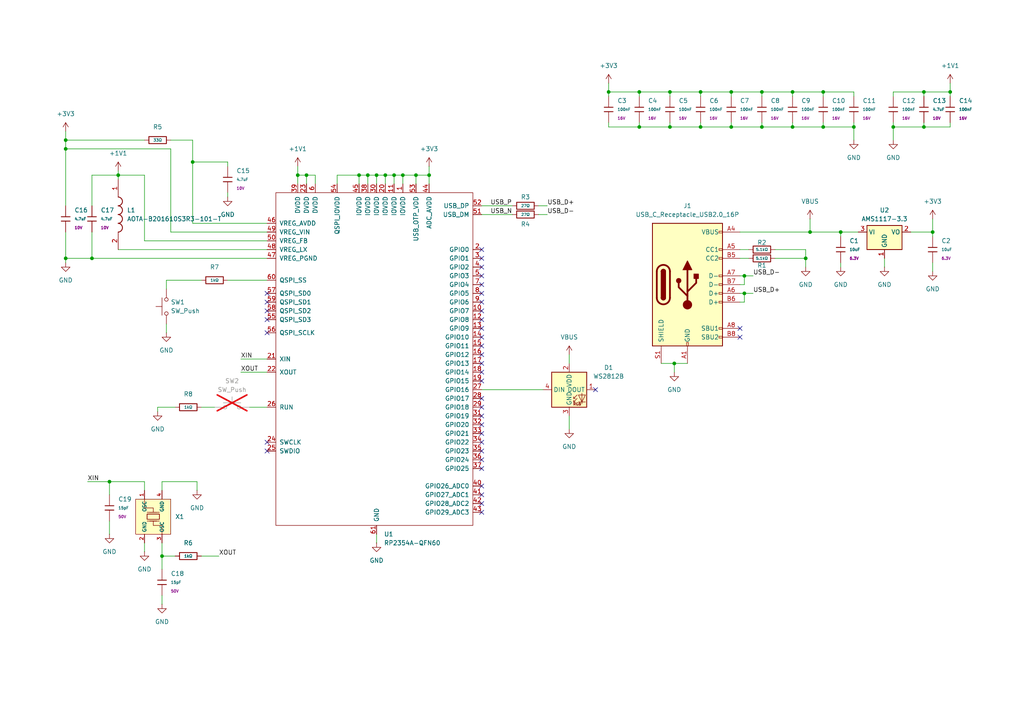
<source format=kicad_sch>
(kicad_sch (version 20250114) (generator "eeschema") (generator_version "9.0")
  (paper "A4")
  (lib_symbols
    (symbol "Connector:USB_C_Receptacle_USB2.0_16P" (pin_names (offset 1.016))
      (property "Reference" "J" (at 0 22.225 0))
      (property "Value" "USB_C_Receptacle_USB2.0_16P" (at 0 19.685 0))
      (symbol "USB_C_Receptacle_USB2.0_16P_1_1"
        (pin passive line (at -7.62 -22.86 90) (length 5.08) (name "SHIELD") (number "S1"))
        (pin passive line (at 0 -22.86 90) (length 5.08) (name "GND") (number "A1"))
        (pin passive line (at 0 -22.86 90) (length 5.08) (hide yes) (name "GND") (number "A12"))
        (pin passive line (at 0 -22.86 90) (length 5.08) (hide yes) (name "GND") (number "B1"))
        (pin passive line (at 0 -22.86 90) (length 5.08) (hide yes) (name "GND") (number "B12"))
        (pin passive line (at 15.24 15.24 180) (length 5.08) (name "VBUS") (number "A4"))
        (pin passive line (at 15.24 15.24 180) (length 5.08) (hide yes) (name "VBUS") (number "A9"))
        (pin passive line (at 15.24 15.24 180) (length 5.08) (hide yes) (name "VBUS") (number "B4"))
        (pin passive line (at 15.24 15.24 180) (length 5.08) (hide yes) (name "VBUS") (number "B9"))
        (pin bidirectional line (at 15.24 10.16 180) (length 5.08) (name "CC1") (number "A5"))
        (pin bidirectional line (at 15.24 7.62 180) (length 5.08) (name "CC2") (number "B5"))
        (pin bidirectional line (at 15.24 2.54 180) (length 5.08) (name "D-") (number "A7"))
        (pin bidirectional line (at 15.24 0 180) (length 5.08) (name "D-") (number "B7"))
        (pin bidirectional line (at 15.24 -2.54 180) (length 5.08) (name "D+") (number "A6"))
        (pin bidirectional line (at 15.24 -5.08 180) (length 5.08) (name "D+") (number "B6"))
        (pin bidirectional line (at 15.24 -12.7 180) (length 5.08) (name "SBU1") (number "A8"))
        (pin bidirectional line (at 15.24 -15.24 180) (length 5.08) (name "SBU2") (number "B8"))
      )
    )
    (symbol "PCM_JLCPCB-Capacitors:0402,100nF" (pin_numbers (hide yes)) (pin_names (offset 0))
      (property "Reference" "C" (at 2.032 1.668 0))
      (property "Value" "100nF" (at 2.032 -0.3782 0))
      (property "Voltage Rated" "16V" (at 2.032 -2.0462 0))
      (symbol "0402,100nF_1_1"
        (pin passive line (at 0 3.81 270) (length 3.175) (name "~") (number "1"))
        (pin passive line (at 0 -3.81 90) (length 3.175) (name "~") (number "2"))
      )
    )
    (symbol "PCM_JLCPCB-Capacitors:0402,10uF" (pin_numbers (hide yes)) (pin_names (offset 0))
      (property "Reference" "C" (at 2.032 1.668 0))
      (property "Value" "10uF" (at 2.032 -0.3782 0))
      (property "Voltage Rated" "6.3V" (at 2.032 -2.0462 0))
      (symbol "0402,10uF_1_1"
        (pin passive line (at 0 3.81 270) (length 3.175) (name "~") (number "1"))
        (pin passive line (at 0 -3.81 90) (length 3.175) (name "~") (number "2"))
      )
    )
    (symbol "PCM_JLCPCB-Capacitors:0402,15pF" (pin_numbers (hide yes)) (pin_names (offset 0))
      (property "Reference" "C" (at 2.032 1.668 0))
      (property "Value" "15pF" (at 2.032 -0.3782 0))
      (property "Voltage Rated" "50V" (at 2.032 -2.0462 0))
      (symbol "0402,15pF_1_1"
        (pin passive line (at 0 3.81 270) (length 3.175) (name "~") (number "1"))
        (pin passive line (at 0 -3.81 90) (length 3.175) (name "~") (number "2"))
      )
    )
    (symbol "PCM_JLCPCB-Capacitors:0402,4.7uF" (pin_numbers (hide yes)) (pin_names (offset 0))
      (property "Reference" "C" (at 2.032 1.668 0))
      (property "Value" "4.7uF" (at 2.032 -0.3782 0))
      (property "Voltage Rated" "10V" (at 2.032 -2.0462 0))
      (symbol "0402,4.7uF_1_1"
        (pin passive line (at 0 3.81 270) (length 3.175) (name "~") (number "1"))
        (pin passive line (at 0 -3.81 90) (length 3.175) (name "~") (number "2"))
      )
    )
    (symbol "PCM_JLCPCB-Crystals:Crystal, 12MHz, 20pF"
      (property "Reference" "X" (at 0 6.096 0))
      (symbol "Crystal, 12MHz, 20pF_0_1"
        (pin unspecified line (at -7.62 2.54 0) (length 2.54) (name "GND") (number "4"))
        (pin unspecified line (at 7.62 -2.54 180) (length 2.54) (name "GND") (number "2"))
      )
      (symbol "Crystal, 12MHz, 20pF_1_1"
        (pin unspecified line (at -7.62 -2.54 0) (length 2.54) (name "OSC") (number "1"))
        (pin unspecified line (at 7.62 2.54 180) (length 2.54) (name "OSC") (number "3"))
      )
    )
    (symbol "PCM_JLCPCB-Extended:LED, WS2812B, 1615"
      (property "Reference" "D" (at 1.778 6.604 0))
      (property "Value" "WS2812B" (at 5.334 -6.35 0))
      (symbol "LED, WS2812B, 1615_0_0"
        (text "RGB" (at 2.286 -4.191 0) (effects (font (size 0.762 0.762))))
      )
      (symbol "LED, WS2812B, 1615_1_1"
        (pin input line (at -7.62 0 0) (length 2.54) (name "DIN") (number "4"))
        (pin power_in line (at 0 7.62 270) (length 2.54) (name "VDD") (number "2"))
        (pin power_in line (at 0 -7.62 90) (length 2.54) (name "GND") (number "3"))
        (pin output line (at 7.62 0 180) (length 2.54) (name "DOUT") (number "1"))
      )
    )
    (symbol "PCM_JLCPCB-Resistors:0402,1kΩ" (pin_numbers (hide yes)) (pin_names (offset 0))
      (property "Reference" "R" (at 1.778 0 0))
      (property "Value" "1kΩ" (at 0 0 90))
      (symbol "0402,1kΩ_1_1"
        (pin passive line (at 0 3.81 270) (length 1.27) (name "~") (number "1"))
        (pin passive line (at 0 -3.81 90) (length 1.27) (name "~") (number "2"))
      )
    )
    (symbol "PCM_JLCPCB-Resistors:0402,27kΩ" (pin_numbers (hide yes)) (pin_names (offset 0))
      (property "Reference" "R" (at 1.778 0 0))
      (property "Value" "27kΩ" (at 0 0 90))
      (symbol "0402,27kΩ_1_1"
        (pin passive line (at 0 3.81 270) (length 1.27) (name "~") (number "1"))
        (pin passive line (at 0 -3.81 90) (length 1.27) (name "~") (number "2"))
      )
    )
    (symbol "PCM_JLCPCB-Resistors:0402,33Ω" (pin_numbers (hide yes)) (pin_names (offset 0))
      (property "Reference" "R" (at 1.778 0 0))
      (property "Value" "33Ω" (at 0 0 90))
      (symbol "0402,33Ω_1_1"
        (pin passive line (at 0 3.81 270) (length 1.27) (name "~") (number "1"))
        (pin passive line (at 0 -3.81 90) (length 1.27) (name "~") (number "2"))
      )
    )
    (symbol "PCM_JLCPCB-Resistors:0402,5.1kΩ" (pin_numbers (hide yes)) (pin_names (offset 0))
      (property "Reference" "R" (at 1.778 0 0))
      (property "Value" "5.1kΩ" (at 0 0 90))
      (symbol "0402,5.1kΩ_1_1"
        (pin passive line (at 0 3.81 270) (length 1.27) (name "~") (number "1"))
        (pin passive line (at 0 -3.81 90) (length 1.27) (name "~") (number "2"))
      )
    )
    (symbol "Regulator_Linear:AMS1117-3.3"
      (property "Reference" "U" (at -3.81 3.175 0))
      (property "Value" "AMS1117-3.3" (at 0 3.175 0))
      (symbol "AMS1117-3.3_1_1"
        (pin power_in line (at -7.62 0 0) (length 2.54) (name "VI") (number "3"))
        (pin power_in line (at 0 -7.62 90) (length 2.54) (name "GND") (number "1"))
        (pin power_out line (at 7.62 0 180) (length 2.54) (name "VO") (number "2"))
      )
    )
    (symbol "SamacSys_Parts:AOTA-B201610S3R3-101-T" (pin_names (hide yes))
      (property "Reference" "L" (at 16.51 6.35 0))
      (property "Value" "AOTA-B201610S3R3-101-T" (at 16.51 3.81 0))
      (symbol "AOTA-B201610S3R3-101-T_1_1"
        (pin passive line (at 0 0 0) (length 5.08) (name "1") (number "1"))
        (pin passive line (at 20.32 0 180) (length 5.08) (name "2") (number "2"))
      )
    )
    (symbol "Switch:SW_Push" (pin_numbers (hide yes)) (pin_names (offset 1.016) (hide yes))
      (property "Reference" "SW" (at 1.27 2.54 0))
      (property "Value" "SW_Push" (at 0 -1.524 0))
      (symbol "SW_Push_0_1"
        (pin passive line (at -5.08 0 0) (length 2.54) (name "1") (number "1"))
        (pin passive line (at 5.08 0 180) (length 2.54) (name "2") (number "2"))
      )
    )
    (symbol "power:+1V1" (power) (pin_numbers (hide yes)) (pin_names (offset 0) (hide yes))
      (property "Value" "+1V1" (at 0 3.556 0))
      (symbol "+1V1_1_1"
        (pin power_in line (at 0 0 90) (length 0) (name "~") (number "1"))
      )
    )
    (symbol "power:+3V3" (power) (pin_numbers (hide yes)) (pin_names (offset 0) (hide yes))
      (property "Value" "+3V3" (at 0 3.556 0))
      (symbol "+3V3_1_1"
        (pin power_in line (at 0 0 90) (length 0) (name "~") (number "1"))
      )
    )
    (symbol "power:GND" (power) (pin_numbers (hide yes)) (pin_names (offset 0) (hide yes))
      (property "Value" "GND" (at 0 -3.81 0))
      (symbol "GND_1_1"
        (pin power_in line (at 0 0 270) (length 0) (name "~") (number "1"))
      )
    )
    (symbol "power:VBUS" (power) (pin_numbers (hide yes)) (pin_names (offset 0) (hide yes))
      (property "Value" "VBUS" (at 0 3.556 0))
      (symbol "VBUS_1_1"
        (pin power_in line (at 0 0 90) (length 0) (name "~") (number "1"))
      )
    )
    (symbol "rp2350a-qfn60:RP2350A-QFN60" (pin_names (offset 1.016))
      (property "Reference" "U" (at 0 -1.27 0))
      (property "Value" "RP2350A-QFN60" (at 0 1.27 0))
      (symbol "RP2350A-QFN60_1_0"
        (pin passive line (at 0 -54.61 90) (length 2.54) (name "GND") (number "61"))
      )
      (symbol "RP2350A-QFN60_1_1"
        (pin power_in line (at -31.75 35.56 0) (length 2.54) (name "VREG_AVDD") (number "46"))
        (pin power_in line (at -31.75 33.02 0) (length 2.54) (name "VREG_VIN") (number "49"))
        (pin power_in line (at -31.75 30.48 0) (length 2.54) (name "VREG_FB") (number "50"))
        (pin power_out line (at -31.75 27.94 0) (length 2.54) (name "VREG_LX") (number "48"))
        (pin input line (at -31.75 25.4 0) (length 2.54) (name "VREG_PGND") (number "47"))
        (pin bidirectional line (at -31.75 19.05 0) (length 2.54) (name "QSPI_SS") (number "60"))
        (pin bidirectional line (at -31.75 15.24 0) (length 2.54) (name "QSPI_SD0") (number "57"))
        (pin bidirectional line (at -31.75 12.7 0) (length 2.54) (name "QSPI_SD1") (number "59"))
        (pin bidirectional line (at -31.75 10.16 0) (length 2.54) (name "QSPI_SD2") (number "58"))
        (pin bidirectional line (at -31.75 7.62 0) (length 2.54) (name "QSPI_SD3") (number "55"))
        (pin bidirectional line (at -31.75 3.81 0) (length 2.54) (name "QSPI_SCLK") (number "56"))
        (pin input line (at -31.75 -3.81 0) (length 2.54) (name "XIN") (number "21"))
        (pin output line (at -31.75 -7.62 0) (length 2.54) (name "XOUT") (number "22"))
        (pin input line (at -31.75 -17.78 0) (length 2.54) (name "RUN") (number "26"))
        (pin input line (at -31.75 -27.94 0) (length 2.54) (name "SWCLK") (number "24"))
        (pin bidirectional line (at -31.75 -30.48 0) (length 2.54) (name "SWDIO") (number "25"))
        (pin power_in line (at -22.86 46.99 270) (length 2.54) (name "DVDD") (number "39"))
        (pin power_in line (at -20.32 46.99 270) (length 2.54) (name "DVDD") (number "23"))
        (pin power_in line (at -17.78 46.99 270) (length 2.54) (name "DVDD") (number "6"))
        (pin power_in line (at -11.43 46.99 270) (length 2.54) (name "QSPI_IOVDD") (number "54"))
        (pin power_in line (at -5.08 46.99 270) (length 2.54) (name "IOVDD") (number "45"))
        (pin power_in line (at -2.54 46.99 270) (length 2.54) (name "IOVDD") (number "38"))
        (pin power_in line (at 0 46.99 270) (length 2.54) (name "IOVDD") (number "30"))
        (pin power_in line (at 2.54 46.99 270) (length 2.54) (name "IOVDD") (number "20"))
        (pin power_in line (at 5.08 46.99 270) (length 2.54) (name "IOVDD") (number "11"))
        (pin power_in line (at 7.62 46.99 270) (length 2.54) (name "IOVDD") (number "1"))
        (pin power_in line (at 11.43 46.99 270) (length 2.54) (name "USB_OTP_VDD") (number "53"))
        (pin power_in line (at 15.24 46.99 270) (length 2.54) (name "ADC_AVDD") (number "44"))
        (pin bidirectional line (at 30.48 40.64 180) (length 2.54) (name "USB_DP") (number "52"))
        (pin bidirectional line (at 30.48 38.1 180) (length 2.54) (name "USB_DM") (number "51"))
        (pin bidirectional line (at 30.48 27.94 180) (length 2.54) (name "GPIO0") (number "2"))
        (pin bidirectional line (at 30.48 25.4 180) (length 2.54) (name "GPIO1") (number "3"))
        (pin bidirectional line (at 30.48 22.86 180) (length 2.54) (name "GPIO2") (number "4"))
        (pin bidirectional line (at 30.48 20.32 180) (length 2.54) (name "GPIO3") (number "5"))
        (pin bidirectional line (at 30.48 17.78 180) (length 2.54) (name "GPIO4") (number "7"))
        (pin bidirectional line (at 30.48 15.24 180) (length 2.54) (name "GPIO5") (number "8"))
        (pin bidirectional line (at 30.48 12.7 180) (length 2.54) (name "GPIO6") (number "9"))
        (pin bidirectional line (at 30.48 10.16 180) (length 2.54) (name "GPIO7") (number "10"))
        (pin bidirectional line (at 30.48 7.62 180) (length 2.54) (name "GPIO8") (number "12"))
        (pin bidirectional line (at 30.48 5.08 180) (length 2.54) (name "GPIO9") (number "13"))
        (pin bidirectional line (at 30.48 2.54 180) (length 2.54) (name "GPIO10") (number "14"))
        (pin bidirectional line (at 30.48 0 180) (length 2.54) (name "GPIO11") (number "15"))
        (pin bidirectional line (at 30.48 -2.54 180) (length 2.54) (name "GPIO12") (number "16"))
        (pin bidirectional line (at 30.48 -5.08 180) (length 2.54) (name "GPIO13") (number "17"))
        (pin bidirectional line (at 30.48 -7.62 180) (length 2.54) (name "GPIO14") (number "18"))
        (pin bidirectional line (at 30.48 -10.16 180) (length 2.54) (name "GPIO15") (number "19"))
        (pin bidirectional line (at 30.48 -12.7 180) (length 2.54) (name "GPIO16") (number "27"))
        (pin bidirectional line (at 30.48 -15.24 180) (length 2.54) (name "GPIO17") (number "28"))
        (pin bidirectional line (at 30.48 -17.78 180) (length 2.54) (name "GPIO18") (number "29"))
        (pin bidirectional line (at 30.48 -20.32 180) (length 2.54) (name "GPIO19") (number "31"))
        (pin bidirectional line (at 30.48 -22.86 180) (length 2.54) (name "GPIO20") (number "32"))
        (pin bidirectional line (at 30.48 -25.4 180) (length 2.54) (name "GPIO21") (number "33"))
        (pin bidirectional line (at 30.48 -27.94 180) (length 2.54) (name "GPIO22") (number "34"))
        (pin bidirectional line (at 30.48 -30.48 180) (length 2.54) (name "GPIO23") (number "35"))
        (pin bidirectional line (at 30.48 -33.02 180) (length 2.54) (name "GPIO24") (number "36"))
        (pin bidirectional line (at 30.48 -35.56 180) (length 2.54) (name "GPIO25") (number "37"))
        (pin bidirectional line (at 30.48 -40.64 180) (length 2.54) (name "GPIO26_ADC0") (number "40"))
        (pin bidirectional line (at 30.48 -43.18 180) (length 2.54) (name "GPIO27_ADC1") (number "41"))
        (pin bidirectional line (at 30.48 -45.72 180) (length 2.54) (name "GPIO28_ADC2") (number "42"))
        (pin bidirectional line (at 30.48 -48.26 180) (length 2.54) (name "GPIO29_ADC3") (number "43"))
      )
    )
  )
  (junction (at 215.9 80.01))
  (junction (at 203.2 26.67))
  (junction (at 267.97 26.67))
  (junction (at 111.76 50.8))
  (junction (at 34.29 50.8))
  (junction (at 26.67 74.93))
  (junction (at 220.98 26.67))
  (junction (at 176.53 26.67))
  (junction (at 185.42 26.67))
  (junction (at 247.65 36.83))
  (junction (at 275.59 26.67))
  (junction (at 109.22 50.8))
  (junction (at 114.3 50.8))
  (junction (at 116.84 50.8))
  (junction (at 86.36 50.8))
  (junction (at 203.2 36.83))
  (junction (at 31.75 139.7))
  (junction (at 185.42 36.83))
  (junction (at 46.99 161.29))
  (junction (at 229.87 26.67))
  (junction (at 194.31 26.67))
  (junction (at 106.68 50.8))
  (junction (at 104.14 50.8))
  (junction (at 124.46 50.8))
  (junction (at 238.76 26.67))
  (junction (at 19.05 43.18))
  (junction (at 194.31 36.83))
  (junction (at 212.09 36.83))
  (junction (at 215.9 85.09))
  (junction (at 120.65 50.8))
  (junction (at 233.68 74.93))
  (junction (at 238.76 36.83))
  (junction (at 229.87 36.83))
  (junction (at 55.88 46.99))
  (junction (at 267.97 36.83))
  (junction (at 212.09 26.67))
  (junction (at 234.95 67.31))
  (junction (at 220.98 36.83))
  (junction (at 243.84 67.31))
  (junction (at 88.9 50.8))
  (junction (at 19.05 40.64))
  (junction (at 270.51 67.31))
  (junction (at 195.58 105.41))
  (junction (at 259.08 36.83))
  (junction (at 19.05 74.93))
  (no_connect (at 139.7 77.47))
  (no_connect (at 77.47 128.27))
  (no_connect (at 139.7 123.19))
  (no_connect (at 139.7 74.93))
  (no_connect (at 77.47 96.52))
  (no_connect (at 139.7 90.17))
  (no_connect (at 139.7 143.51))
  (no_connect (at 139.7 92.71))
  (no_connect (at 139.7 72.39))
  (no_connect (at 139.7 140.97))
  (no_connect (at 77.47 90.17))
  (no_connect (at 139.7 130.81))
  (no_connect (at 139.7 125.73))
  (no_connect (at 139.7 80.01))
  (no_connect (at 139.7 85.09))
  (no_connect (at 139.7 105.41))
  (no_connect (at 139.7 107.95))
  (no_connect (at 139.7 95.25))
  (no_connect (at 139.7 146.05))
  (no_connect (at 139.7 135.89))
  (no_connect (at 77.47 85.09))
  (no_connect (at 139.7 82.55))
  (no_connect (at 139.7 148.59))
  (no_connect (at 214.63 97.79))
  (no_connect (at 139.7 100.33))
  (no_connect (at 172.72 113.03))
  (no_connect (at 214.63 95.25))
  (no_connect (at 139.7 87.63))
  (no_connect (at 139.7 115.57))
  (no_connect (at 77.47 87.63))
  (no_connect (at 139.7 118.11))
  (no_connect (at 139.7 97.79))
  (no_connect (at 77.47 92.71))
  (no_connect (at 139.7 128.27))
  (no_connect (at 77.47 130.81))
  (no_connect (at 139.7 102.87))
  (no_connect (at 139.7 133.35))
  (no_connect (at 139.7 120.65))
  (no_connect (at 139.7 110.49))
  (wire (pts (xy 86.36 50.8) (xy 88.9 50.8)))
  (wire (pts (xy 45.72 119.38) (xy 45.72 118.11)))
  (wire (pts (xy 203.2 26.67) (xy 212.09 26.67)))
  (wire (pts (xy 19.05 38.1) (xy 19.05 40.64)))
  (wire (pts (xy 109.22 50.8) (xy 111.76 50.8)))
  (wire (pts (xy 275.59 36.83) (xy 275.59 35.56)))
  (wire (pts (xy 139.7 113.03) (xy 157.48 113.03)))
  (wire (pts (xy 46.99 157.48) (xy 46.99 161.29)))
  (wire (pts (xy 194.31 26.67) (xy 203.2 26.67)))
  (wire (pts (xy 267.97 26.67) (xy 267.97 27.94)))
  (wire (pts (xy 176.53 26.67) (xy 185.42 26.67)))
  (wire (pts (xy 267.97 35.56) (xy 267.97 36.83)))
  (wire (pts (xy 267.97 26.67) (xy 259.08 26.67)))
  (wire (pts (xy 215.9 82.55) (xy 215.9 80.01)))
  (wire (pts (xy 270.51 76.2) (xy 270.51 78.74)))
  (wire (pts (xy 49.53 67.31) (xy 49.53 43.18)))
  (wire (pts (xy 116.84 50.8) (xy 120.65 50.8)))
  (wire (pts (xy 165.1 102.87) (xy 165.1 105.41)))
  (wire (pts (xy 69.85 107.95) (xy 77.47 107.95)))
  (wire (pts (xy 185.42 26.67) (xy 194.31 26.67)))
  (wire (pts (xy 106.68 50.8) (xy 109.22 50.8)))
  (wire (pts (xy 77.47 67.31) (xy 49.53 67.31)))
  (wire (pts (xy 26.67 74.93) (xy 26.67 67.31)))
  (wire (pts (xy 116.84 53.34) (xy 116.84 50.8)))
  (wire (pts (xy 212.09 36.83) (xy 220.98 36.83)))
  (wire (pts (xy 215.9 80.01) (xy 214.63 80.01)))
  (wire (pts (xy 49.53 43.18) (xy 19.05 43.18)))
  (wire (pts (xy 194.31 26.67) (xy 194.31 27.94)))
  (wire (pts (xy 156.21 59.69) (xy 158.75 59.69)))
  (wire (pts (xy 111.76 53.34) (xy 111.76 50.8)))
  (wire (pts (xy 19.05 74.93) (xy 19.05 67.31)))
  (wire (pts (xy 185.42 35.56) (xy 185.42 36.83)))
  (wire (pts (xy 41.91 139.7) (xy 41.91 142.24)))
  (wire (pts (xy 58.42 81.28) (xy 48.26 81.28)))
  (wire (pts (xy 26.67 50.8) (xy 34.29 50.8)))
  (wire (pts (xy 259.08 35.56) (xy 259.08 36.83)))
  (wire (pts (xy 243.84 67.31) (xy 248.92 67.31)))
  (wire (pts (xy 45.72 118.11) (xy 50.8 118.11)))
  (wire (pts (xy 185.42 26.67) (xy 185.42 27.94)))
  (wire (pts (xy 267.97 36.83) (xy 275.59 36.83)))
  (wire (pts (xy 124.46 48.26) (xy 124.46 50.8)))
  (wire (pts (xy 91.44 50.8) (xy 91.44 53.34)))
  (wire (pts (xy 55.88 40.64) (xy 55.88 46.99)))
  (wire (pts (xy 220.98 35.56) (xy 220.98 36.83)))
  (wire (pts (xy 229.87 36.83) (xy 229.87 35.56)))
  (wire (pts (xy 25.4 139.7) (xy 31.75 139.7)))
  (wire (pts (xy 88.9 50.8) (xy 91.44 50.8)))
  (wire (pts (xy 243.84 76.2) (xy 243.84 77.47)))
  (wire (pts (xy 41.91 69.85) (xy 41.91 50.8)))
  (wire (pts (xy 233.68 72.39) (xy 233.68 74.93)))
  (wire (pts (xy 50.8 161.29) (xy 46.99 161.29)))
  (wire (pts (xy 139.7 59.69) (xy 148.59 59.69)))
  (wire (pts (xy 69.85 104.14) (xy 77.47 104.14)))
  (wire (pts (xy 194.31 35.56) (xy 194.31 36.83)))
  (wire (pts (xy 275.59 27.94) (xy 275.59 26.67)))
  (wire (pts (xy 176.53 26.67) (xy 176.53 27.94)))
  (wire (pts (xy 109.22 53.34) (xy 109.22 50.8)))
  (wire (pts (xy 212.09 26.67) (xy 212.09 27.94)))
  (wire (pts (xy 176.53 36.83) (xy 185.42 36.83)))
  (wire (pts (xy 66.04 46.99) (xy 55.88 46.99)))
  (wire (pts (xy 194.31 36.83) (xy 203.2 36.83)))
  (wire (pts (xy 275.59 24.13) (xy 275.59 26.67)))
  (wire (pts (xy 218.44 85.09) (xy 215.9 85.09)))
  (wire (pts (xy 238.76 26.67) (xy 247.65 26.67)))
  (wire (pts (xy 31.75 151.13) (xy 31.75 154.94)))
  (wire (pts (xy 243.84 68.58) (xy 243.84 67.31)))
  (wire (pts (xy 256.54 74.93) (xy 256.54 77.47)))
  (wire (pts (xy 224.79 72.39) (xy 233.68 72.39)))
  (wire (pts (xy 195.58 105.41) (xy 199.39 105.41)))
  (wire (pts (xy 86.36 48.26) (xy 86.36 50.8)))
  (wire (pts (xy 46.99 161.29) (xy 46.99 165.1)))
  (wire (pts (xy 214.63 82.55) (xy 215.9 82.55)))
  (wire (pts (xy 247.65 36.83) (xy 247.65 40.64)))
  (wire (pts (xy 214.63 87.63) (xy 215.9 87.63)))
  (wire (pts (xy 26.67 74.93) (xy 19.05 74.93)))
  (wire (pts (xy 247.65 36.83) (xy 238.76 36.83)))
  (wire (pts (xy 234.95 67.31) (xy 243.84 67.31)))
  (wire (pts (xy 259.08 36.83) (xy 259.08 40.64)))
  (wire (pts (xy 48.26 81.28) (xy 48.26 83.82)))
  (wire (pts (xy 77.47 74.93) (xy 26.67 74.93)))
  (wire (pts (xy 97.79 50.8) (xy 104.14 50.8)))
  (wire (pts (xy 259.08 36.83) (xy 267.97 36.83)))
  (wire (pts (xy 19.05 40.64) (xy 41.91 40.64)))
  (wire (pts (xy 270.51 67.31) (xy 270.51 68.58)))
  (wire (pts (xy 77.47 69.85) (xy 41.91 69.85)))
  (wire (pts (xy 46.99 172.72) (xy 46.99 175.26)))
  (wire (pts (xy 220.98 26.67) (xy 220.98 27.94)))
  (wire (pts (xy 106.68 53.34) (xy 106.68 50.8)))
  (wire (pts (xy 259.08 26.67) (xy 259.08 27.94)))
  (wire (pts (xy 109.22 154.94) (xy 109.22 157.48)))
  (wire (pts (xy 224.79 74.93) (xy 233.68 74.93)))
  (wire (pts (xy 34.29 50.8) (xy 34.29 52.07)))
  (wire (pts (xy 114.3 50.8) (xy 116.84 50.8)))
  (wire (pts (xy 31.75 139.7) (xy 41.91 139.7)))
  (wire (pts (xy 57.15 139.7) (xy 57.15 142.24)))
  (wire (pts (xy 214.63 72.39) (xy 217.17 72.39)))
  (wire (pts (xy 66.04 55.88) (xy 66.04 57.15)))
  (wire (pts (xy 238.76 26.67) (xy 238.76 27.94)))
  (wire (pts (xy 46.99 142.24) (xy 46.99 139.7)))
  (wire (pts (xy 191.77 105.41) (xy 195.58 105.41)))
  (wire (pts (xy 72.39 118.11) (xy 77.47 118.11)))
  (wire (pts (xy 31.75 139.7) (xy 31.75 143.51)))
  (wire (pts (xy 104.14 50.8) (xy 106.68 50.8)))
  (wire (pts (xy 124.46 50.8) (xy 124.46 53.34)))
  (wire (pts (xy 264.16 67.31) (xy 270.51 67.31)))
  (wire (pts (xy 120.65 53.34) (xy 120.65 50.8)))
  (wire (pts (xy 114.3 53.34) (xy 114.3 50.8)))
  (wire (pts (xy 215.9 87.63) (xy 215.9 85.09)))
  (wire (pts (xy 66.04 48.26) (xy 66.04 46.99)))
  (wire (pts (xy 86.36 50.8) (xy 86.36 53.34)))
  (wire (pts (xy 58.42 161.29) (xy 63.5 161.29)))
  (wire (pts (xy 19.05 74.93) (xy 19.05 76.2)))
  (wire (pts (xy 97.79 53.34) (xy 97.79 50.8)))
  (wire (pts (xy 203.2 26.67) (xy 203.2 27.94)))
  (wire (pts (xy 111.76 50.8) (xy 114.3 50.8)))
  (wire (pts (xy 234.95 63.5) (xy 234.95 67.31)))
  (wire (pts (xy 185.42 36.83) (xy 194.31 36.83)))
  (wire (pts (xy 77.47 64.77) (xy 55.88 64.77)))
  (wire (pts (xy 104.14 53.34) (xy 104.14 50.8)))
  (wire (pts (xy 19.05 43.18) (xy 19.05 59.69)))
  (wire (pts (xy 41.91 157.48) (xy 41.91 160.02)))
  (wire (pts (xy 34.29 50.8) (xy 41.91 50.8)))
  (wire (pts (xy 19.05 40.64) (xy 19.05 43.18)))
  (wire (pts (xy 195.58 105.41) (xy 195.58 107.95)))
  (wire (pts (xy 46.99 139.7) (xy 57.15 139.7)))
  (wire (pts (xy 48.26 93.98) (xy 48.26 96.52)))
  (wire (pts (xy 26.67 59.69) (xy 26.67 50.8)))
  (wire (pts (xy 218.44 80.01) (xy 215.9 80.01)))
  (wire (pts (xy 203.2 36.83) (xy 212.09 36.83)))
  (wire (pts (xy 247.65 35.56) (xy 247.65 36.83)))
  (wire (pts (xy 247.65 26.67) (xy 247.65 27.94)))
  (wire (pts (xy 55.88 40.64) (xy 49.53 40.64)))
  (wire (pts (xy 156.21 62.23) (xy 158.75 62.23)))
  (wire (pts (xy 34.29 49.53) (xy 34.29 50.8)))
  (wire (pts (xy 203.2 35.56) (xy 203.2 36.83)))
  (wire (pts (xy 66.04 81.28) (xy 77.47 81.28)))
  (wire (pts (xy 165.1 120.65) (xy 165.1 124.46)))
  (wire (pts (xy 275.59 26.67) (xy 267.97 26.67)))
  (wire (pts (xy 233.68 74.93) (xy 233.68 77.47)))
  (wire (pts (xy 88.9 50.8) (xy 88.9 53.34)))
  (wire (pts (xy 238.76 36.83) (xy 229.87 36.83)))
  (wire (pts (xy 139.7 62.23) (xy 148.59 62.23)))
  (wire (pts (xy 176.53 35.56) (xy 176.53 36.83)))
  (wire (pts (xy 215.9 85.09) (xy 214.63 85.09)))
  (wire (pts (xy 58.42 118.11) (xy 62.23 118.11)))
  (wire (pts (xy 212.09 35.56) (xy 212.09 36.83)))
  (wire (pts (xy 270.51 67.31) (xy 270.51 63.5)))
  (wire (pts (xy 34.29 72.39) (xy 77.47 72.39)))
  (wire (pts (xy 229.87 26.67) (xy 238.76 26.67)))
  (wire (pts (xy 120.65 50.8) (xy 124.46 50.8)))
  (wire (pts (xy 214.63 74.93) (xy 217.17 74.93)))
  (wire (pts (xy 55.88 64.77) (xy 55.88 46.99)))
  (wire (pts (xy 220.98 26.67) (xy 229.87 26.67)))
  (wire (pts (xy 220.98 36.83) (xy 229.87 36.83)))
  (wire (pts (xy 176.53 24.13) (xy 176.53 26.67)))
  (wire (pts (xy 229.87 26.67) (xy 229.87 27.94)))
  (wire (pts (xy 212.09 26.67) (xy 220.98 26.67)))
  (wire (pts (xy 238.76 35.56) (xy 238.76 36.83)))
  (wire (pts (xy 214.63 67.31) (xy 234.95 67.31)))
  (label "USB_P" (at 142.24 59.69 0))
  (label "USB_D-" (at 158.75 62.23 0))
  (label "XOUT" (at 69.85 107.95 0))
  (label "XIN" (at 69.85 104.14 0))
  (label "USB_D-" (at 218.44 80.01 0))
  (label "XIN" (at 25.4 139.7 0))
  (label "XOUT" (at 63.5 161.29 0))
  (label "USB_N" (at 142.24 62.23 0))
  (label "USB_D+" (at 158.75 59.69 0))
  (label "USB_D+" (at 218.44 85.09 0))
  (symbol (lib_id "power:+1V1") (at 86.36 48.26 0) (unit 1)
    (property "Reference" "#PWR01" (effects (hide yes)))
    (property "Value" "+1V1" (at 86.36 43.18 0))
    (property "Description" "Power symbol creates a global label with name \"+1V1\"" (effects (hide yes)))
  )
  (symbol (lib_id "power:VBUS") (at 165.1 102.87 0) (unit 1)
    (property "Reference" "#PWR020" (effects (hide yes)))
    (property "Value" "VBUS" (at 165.1 97.79 0))
    (property "Description" "Power symbol creates a global label with name \"VBUS\"" (effects (hide yes)))
  )
  (symbol (lib_id "power:GND") (at 57.15 142.24 0) (unit 1)
    (property "Reference" "#PWR013" (effects (hide yes)))
    (property "Value" "GND" (at 57.15 147.32 0))
    (property "Description" "Power symbol creates a global label with name \"GND\" , ground" (effects (hide yes)))
  )
  (symbol (lib_id "power:GND") (at 19.05 76.2 0) (unit 1)
    (property "Reference" "#PWR023" (effects (hide yes)))
    (property "Value" "GND" (at 19.05 81.28 0))
    (property "Description" "Power symbol creates a global label with name \"GND\" , ground" (effects (hide yes)))
  )
  (symbol (lib_id "power:GND") (at 45.72 119.38 0) (unit 1)
    (property "Reference" "#PWR024" (effects (hide yes)))
    (property "Value" "GND" (at 45.72 124.46 0))
    (property "Description" "Power symbol creates a global label with name \"GND\" , ground" (effects (hide yes)))
  )
  (symbol (lib_id "power:GND") (at 165.1 124.46 0) (unit 1)
    (property "Reference" "#PWR019" (effects (hide yes)))
    (property "Value" "GND" (at 165.1 129.54 0))
    (property "Description" "Power symbol creates a global label with name \"GND\" , ground" (effects (hide yes)))
  )
  (symbol (lib_id "PCM_JLCPCB-Crystals:Crystal, 12MHz, 20pF") (at 44.45 149.86 270) (unit 1)
    (property "Reference" "X1" (at 50.8 149.8599 90) (effects (justify left)))
    (property "Value" "X322512MSB4SI" (effects (hide yes)))
    (property "Footprint" "PCM_JLCPCB:CRYSTAL-SMD_4P-L3.2-W2.5-BL" (effects (hide yes)))
    (property "Datasheet" "https://www.lcsc.com/datasheet/lcsc_datasheet_2403291504_YXC-Crystal-Oscillators-X322512MSB4SI_C9002.pdf" (effects (hide yes)))
    (property "Description" "12MHz Surface Mount Crystal 20pF ±10ppm ±20ppm SMD3225-4P Crystals ROHS" (effects (hide yes)))
    (property "LCSC" "C9002" (effects (hide yes)))
    (property "Stock" "260231" (effects (hide yes)))
    (property "Price" "0.068USD" (effects (hide yes)))
    (property "Process" "SMT" (effects (hide yes)))
    (property "Minimum Qty" "5" (effects (hide yes)))
    (property "Attrition Qty" "4" (effects (hide yes)))
    (property "Class" "Basic Component" (effects (hide yes)))
    (property "Category" "Crystals/Oscillators/Resonators,Crystals" (effects (hide yes)))
    (property "Manufacturer" "Yangxing Tech" (effects (hide yes)))
    (property "Part" "X322512MSB4SI" (effects (hide yes)))
    (property "Frequency" "12MHz" (effects (hide yes)))
    (property "Frequency Stability" "±20ppm" (effects (hide yes)))
    (property "Operating Temperature" "-40°C~+85°C" (effects (hide yes)))
    (property "Frequency Tolerance" "±10ppm" (effects (hide yes)))
    (property "Crystal Type" "SMD Crystal Resonator" (effects (hide yes)))
    (property "Load Capacitance" "20pF" (effects (hide yes)))
    (property "Normal Temperature Frequency Tolerance" "±10ppm" (effects (hide yes)))
    (property "Type" "Surface Mount Crystal" (effects (hide yes)))
  )
  (symbol (lib_id "PCM_JLCPCB-Capacitors:0402,100nF") (at 220.98 31.75 0) (unit 1)
    (property "Reference" "C8" (at 223.52 29.2099 0) (effects (justify left)))
    (property "Value" "100nF" (at 223.52 31.75 0) (effects (font (size 0.8 0.8)) (justify left)))
    (property "Footprint" "PCM_JLCPCB:C_0402" (effects (hide yes)))
    (property "Datasheet" "https://www.lcsc.com/datasheet/lcsc_datasheet_2304140030_Samsung-Electro-Mechanics-CL05B104KO5NNNC_C1525.pdf" (effects (hide yes)))
    (property "Description" "16V 100nF X7R ±10% 0402 Multilayer Ceramic Capacitors MLCC - SMD/SMT ROHS" (effects (hide yes)))
    (property "LCSC" "C1525" (effects (hide yes)))
    (property "Stock" "20208285" (effects (hide yes)))
    (property "Price" "0.004USD" (effects (hide yes)))
    (property "Process" "SMT" (effects (hide yes)))
    (property "Minimum Qty" "20" (effects (hide yes)))
    (property "Attrition Qty" "10" (effects (hide yes)))
    (property "Class" "Basic Component" (effects (hide yes)))
    (property "Category" "Capacitors,Multilayer Ceramic Capacitors MLCC - SMD/SMT" (effects (hide yes)))
    (property "Manufacturer" "Samsung Electro-Mechanics" (effects (hide yes)))
    (property "Part" "CL05B104KO5NNNC" (effects (hide yes)))
    (property "Voltage Rated" "16V" (at 223.52 34.29 0) (effects (font (size 0.8 0.8)) (justify left)))
    (property "Tolerance" "±10%" (effects (hide yes)))
    (property "Capacitance" "100nF" (effects (hide yes)))
    (property "Temperature Coefficient" "X7R" (effects (hide yes)))
  )
  (symbol (lib_id "PCM_JLCPCB-Capacitors:0402,100nF") (at 194.31 31.75 0) (unit 1)
    (property "Reference" "C5" (at 196.85 29.2099 0) (effects (justify left)))
    (property "Value" "100nF" (at 196.85 31.75 0) (effects (font (size 0.8 0.8)) (justify left)))
    (property "Footprint" "PCM_JLCPCB:C_0402" (effects (hide yes)))
    (property "Datasheet" "https://www.lcsc.com/datasheet/lcsc_datasheet_2304140030_Samsung-Electro-Mechanics-CL05B104KO5NNNC_C1525.pdf" (effects (hide yes)))
    (property "Description" "16V 100nF X7R ±10% 0402 Multilayer Ceramic Capacitors MLCC - SMD/SMT ROHS" (effects (hide yes)))
    (property "LCSC" "C1525" (effects (hide yes)))
    (property "Stock" "20208285" (effects (hide yes)))
    (property "Price" "0.004USD" (effects (hide yes)))
    (property "Process" "SMT" (effects (hide yes)))
    (property "Minimum Qty" "20" (effects (hide yes)))
    (property "Attrition Qty" "10" (effects (hide yes)))
    (property "Class" "Basic Component" (effects (hide yes)))
    (property "Category" "Capacitors,Multilayer Ceramic Capacitors MLCC - SMD/SMT" (effects (hide yes)))
    (property "Manufacturer" "Samsung Electro-Mechanics" (effects (hide yes)))
    (property "Part" "CL05B104KO5NNNC" (effects (hide yes)))
    (property "Voltage Rated" "16V" (at 196.85 34.29 0) (effects (font (size 0.8 0.8)) (justify left)))
    (property "Tolerance" "±10%" (effects (hide yes)))
    (property "Capacitance" "100nF" (effects (hide yes)))
    (property "Temperature Coefficient" "X7R" (effects (hide yes)))
  )
  (symbol (lib_id "SamacSys_Parts:AOTA-B201610S3R3-101-T") (at 34.29 52.07 270) (unit 1)
    (property "Reference" "L1" (at 36.83 60.9599 90) (effects (justify left)))
    (property "Value" "AOTA-B201610S3R3-101-T" (at 36.83 63.4999 90) (effects (justify left)))
    (property "Footprint" "SamacSys_Parts:AOTAB201610S3R3101T" (effects (hide yes)))
    (property "Datasheet" "https://abracon.com/datasheets/AOTA-B201610S3R3-101-T.pdf" (effects (hide yes)))
    (property "Description" "Power Inductors - SMD IND 3.3uH" (effects (hide yes)))
    (property "Height" "1" (effects (hide yes)))
    (property "Manufacturer_Name" "ABRACON" (effects (hide yes)))
    (property "Manufacturer_Part_Number" "AOTA-B201610S3R3-101-T" (effects (hide yes)))
    (property "Mouser Part Number" "815-AB201610S3R3101T" (effects (hide yes)))
    (property "Mouser Price/Stock" "https://www.mouser.co.uk/ProductDetail/ABRACON/AOTA-B201610S3R3-101-T?qs=%252BXxaIXUDbq0IZvJW%2F2mv4w%3D%3D" (effects (hide yes)))
    (property "Arrow Part Number" "AOTA-B201610S3R3-101-T" (effects (hide yes)))
    (property "Arrow Price/Stock" "https://www.arrow.com/en/products/aota-b201610s3r3-101-t/abracon?utm_currency=USD&region=nac" (effects (hide yes)))
  )
  (symbol (lib_id "power:GND") (at 46.99 175.26 0) (unit 1)
    (property "Reference" "#PWR018" (effects (hide yes)))
    (property "Value" "GND" (at 46.99 180.34 0))
    (property "Description" "Power symbol creates a global label with name \"GND\" , ground" (effects (hide yes)))
  )
  (symbol (lib_id "PCM_JLCPCB-Resistors:0402,33Ω") (at 45.72 40.64 90) (unit 1)
    (property "Reference" "R5" (at 45.72 36.83 90))
    (property "Value" "33Ω" (at 45.72 40.64 90) (effects (font (size 0.8 0.8))))
    (property "Footprint" "PCM_JLCPCB:R_0402" (effects (hide yes)))
    (property "Datasheet" "https://www.lcsc.com/datasheet/lcsc_datasheet_2205311900_UNI-ROYAL-Uniroyal-Elec-0402WGF330JTCE_C25105.pdf" (effects (hide yes)))
    (property "Description" "62.5mW Thick Film Resistors 50V ±100ppm/°C ±1% 33Ω 0402 Chip Resistor - Surface Mount ROHS" (effects (hide yes)))
    (property "LCSC" "C25105" (effects (hide yes)))
    (property "Stock" "2122900" (effects (hide yes)))
    (property "Price" "0.004USD" (effects (hide yes)))
    (property "Process" "SMT" (effects (hide yes)))
    (property "Minimum Qty" "20" (effects (hide yes)))
    (property "Attrition Qty" "10" (effects (hide yes)))
    (property "Class" "Basic Component" (effects (hide yes)))
    (property "Category" "Resistors,Chip Resistor - Surface Mount" (effects (hide yes)))
    (property "Manufacturer" "UNI-ROYAL(Uniroyal Elec)" (effects (hide yes)))
    (property "Part" "0402WGF330JTCE" (effects (hide yes)))
    (property "Resistance" "33Ω" (effects (hide yes)))
    (property "Power(Watts)" "62.5mW" (effects (hide yes)))
    (property "Type" "Thick Film Resistors" (effects (hide yes)))
    (property "Overload Voltage (Max)" "50V" (effects (hide yes)))
    (property "Operating Temperature Range" "-55°C~+155°C" (effects (hide yes)))
    (property "Tolerance" "±1%" (effects (hide yes)))
    (property "Temperature Coefficient" "±100ppm/°C" (effects (hide yes)))
  )
  (symbol (lib_id "power:VBUS") (at 234.95 63.5 0) (unit 1)
    (property "Reference" "#PWR05" (effects (hide yes)))
    (property "Value" "VBUS" (at 234.95 58.42 0))
    (property "Description" "Power symbol creates a global label with name \"VBUS\"" (effects (hide yes)))
  )
  (symbol (lib_id "Connector:USB_C_Receptacle_USB2.0_16P") (at 199.39 82.55 0) (unit 1)
    (property "Reference" "J1" (at 199.39 59.69 0))
    (property "Value" "USB_C_Receptacle_USB2.0_16P" (at 199.39 62.23 0))
    (property "Footprint" "Connector_USB:USB_C_Receptacle_HRO_TYPE-C-31-M-12" (effects (hide yes)))
    (property "Datasheet" "https://www.usb.org/sites/default/files/documents/usb_type-c.zip" (effects (hide yes)))
    (property "Description" "USB 2.0-only 16P Type-C Receptacle connector" (effects (hide yes)))
  )
  (symbol (lib_id "power:GND") (at 195.58 107.95 0) (unit 1)
    (property "Reference" "#PWR010" (effects (hide yes)))
    (property "Value" "GND" (at 195.58 113.03 0))
    (property "Description" "Power symbol creates a global label with name \"GND\" , ground" (effects (hide yes)))
  )
  (symbol (lib_id "power:+1V1") (at 275.59 24.13 0) (unit 1)
    (property "Reference" "#PWR025" (effects (hide yes)))
    (property "Value" "+1V1" (at 275.59 19.05 0))
    (property "Description" "Power symbol creates a global label with name \"+1V1\"" (effects (hide yes)))
  )
  (symbol (lib_id "PCM_JLCPCB-Capacitors:0402,15pF") (at 31.75 147.32 0) (unit 1)
    (property "Reference" "C19" (at 34.29 144.7799 0) (effects (justify left)))
    (property "Value" "15pF" (at 34.29 147.32 0) (effects (font (size 0.8 0.8)) (justify left)))
    (property "Footprint" "PCM_JLCPCB:C_0402" (effects (hide yes)))
    (property "Datasheet" "https://www.lcsc.com/datasheet/lcsc_datasheet_2304140030_FH--Guangdong-Fenghua-Advanced-Tech-0402CG150J500NT_C1548.pdf" (effects (hide yes)))
    (property "Description" "50V 15pF C0G ±5% 0402 Multilayer Ceramic Capacitors MLCC - SMD/SMT ROHS" (effects (hide yes)))
    (property "LCSC" "C1548" (effects (hide yes)))
    (property "Stock" "959507" (effects (hide yes)))
    (property "Price" "0.004USD" (effects (hide yes)))
    (property "Process" "SMT" (effects (hide yes)))
    (property "Minimum Qty" "20" (effects (hide yes)))
    (property "Attrition Qty" "10" (effects (hide yes)))
    (property "Class" "Basic Component" (effects (hide yes)))
    (property "Category" "Capacitors,Multilayer Ceramic Capacitors MLCC - SMD/SMT" (effects (hide yes)))
    (property "Manufacturer" "FH(Guangdong Fenghua Advanced Tech)" (effects (hide yes)))
    (property "Part" "0402CG150J500NT" (effects (hide yes)))
    (property "Voltage Rated" "50V" (at 34.29 149.86 0) (effects (font (size 0.8 0.8)) (justify left)))
    (property "Tolerance" "±5%" (effects (hide yes)))
    (property "Capacitance" "15pF" (effects (hide yes)))
    (property "Temperature Coefficient" "C0G" (effects (hide yes)))
  )
  (symbol (lib_id "Switch:SW_Push") (at 48.26 88.9 90) (unit 1)
    (property "Reference" "SW1" (at 49.53 87.6299 90) (effects (justify right)))
    (property "Value" "SW_Push" (at 49.53 90.1699 90) (effects (justify right)))
    (property "Footprint" "PCM_JLCPCB:SW_TS-1088-AR02016" (effects (hide yes)))
    (property "Description" "Push button switch, generic, two pins" (effects (hide yes)))
  )
  (symbol (lib_id "Switch:SW_Push") (at 67.31 118.11 0) (unit 1) (dnp yes)
    (property "Reference" "SW2" (at 67.31 110.49 0))
    (property "Value" "SW_Push" (at 67.31 113.03 0))
    (property "Footprint" "PCM_JLCPCB:SW_TS-1088-AR02016" (effects (hide yes)))
    (property "Description" "Push button switch, generic, two pins" (effects (hide yes)))
  )
  (symbol (lib_id "power:GND") (at 31.75 154.94 0) (unit 1)
    (property "Reference" "#PWR017" (effects (hide yes)))
    (property "Value" "GND" (at 31.75 160.02 0))
    (property "Description" "Power symbol creates a global label with name \"GND\" , ground" (effects (hide yes)))
  )
  (symbol (lib_id "power:+1V1") (at 34.29 49.53 0) (unit 1)
    (property "Reference" "#PWR04" (effects (hide yes)))
    (property "Value" "+1V1" (at 34.29 44.45 0))
    (property "Description" "Power symbol creates a global label with name \"+1V1\"" (effects (hide yes)))
  )
  (symbol (lib_id "power:GND") (at 41.91 160.02 0) (unit 1)
    (property "Reference" "#PWR014" (effects (hide yes)))
    (property "Value" "GND" (at 41.91 165.1 0))
    (property "Description" "Power symbol creates a global label with name \"GND\" , ground" (effects (hide yes)))
  )
  (symbol (lib_id "power:+3V3") (at 270.51 63.5 0) (unit 1)
    (property "Reference" "#PWR09" (effects (hide yes)))
    (property "Value" "+3V3" (at 270.51 58.42 0))
    (property "Description" "Power symbol creates a global label with name \"+3V3\"" (effects (hide yes)))
  )
  (symbol (lib_id "PCM_JLCPCB-Capacitors:0402,4.7uF") (at 267.97 31.75 0) (unit 1)
    (property "Reference" "C13" (at 270.51 29.2099 0) (effects (justify left)))
    (property "Value" "4.7uF" (at 270.51 31.75 0) (effects (font (size 0.8 0.8)) (justify left)))
    (property "Footprint" "PCM_JLCPCB:C_0402" (effects (hide yes)))
    (property "Datasheet" "https://www.lcsc.com/datasheet/lcsc_datasheet_2304140030_Samsung-Electro-Mechanics-CL05A475MP5NRNC_C23733.pdf" (effects (hide yes)))
    (property "Description" "10V 4.7uF X5R ±20% 0402 Multilayer Ceramic Capacitors MLCC - SMD/SMT ROHS" (effects (hide yes)))
    (property "LCSC" "C23733" (effects (hide yes)))
    (property "Stock" "4366811" (effects (hide yes)))
    (property "Price" "0.008USD" (effects (hide yes)))
    (property "Process" "SMT" (effects (hide yes)))
    (property "Minimum Qty" "20" (effects (hide yes)))
    (property "Attrition Qty" "10" (effects (hide yes)))
    (property "Class" "Basic Component" (effects (hide yes)))
    (property "Category" "Capacitors,Multilayer Ceramic Capacitors MLCC - SMD/SMT" (effects (hide yes)))
    (property "Manufacturer" "Samsung Electro-Mechanics" (effects (hide yes)))
    (property "Part" "CL05A475MP5NRNC" (effects (hide yes)))
    (property "Voltage Rated" "10V" (at 270.51 34.29 0) (effects (font (size 0.8 0.8)) (justify left)))
    (property "Tolerance" "±20%" (effects (hide yes)))
    (property "Capacitance" "4.7uF" (effects (hide yes)))
    (property "Temperature Coefficient" "X5R" (effects (hide yes)))
  )
  (symbol (lib_id "PCM_JLCPCB-Capacitors:0402,100nF") (at 185.42 31.75 0) (unit 1)
    (property "Reference" "C4" (at 187.96 29.2099 0) (effects (justify left)))
    (property "Value" "100nF" (at 187.96 31.75 0) (effects (font (size 0.8 0.8)) (justify left)))
    (property "Footprint" "PCM_JLCPCB:C_0402" (effects (hide yes)))
    (property "Datasheet" "https://www.lcsc.com/datasheet/lcsc_datasheet_2304140030_Samsung-Electro-Mechanics-CL05B104KO5NNNC_C1525.pdf" (effects (hide yes)))
    (property "Description" "16V 100nF X7R ±10% 0402 Multilayer Ceramic Capacitors MLCC - SMD/SMT ROHS" (effects (hide yes)))
    (property "LCSC" "C1525" (effects (hide yes)))
    (property "Stock" "20208285" (effects (hide yes)))
    (property "Price" "0.004USD" (effects (hide yes)))
    (property "Process" "SMT" (effects (hide yes)))
    (property "Minimum Qty" "20" (effects (hide yes)))
    (property "Attrition Qty" "10" (effects (hide yes)))
    (property "Class" "Basic Component" (effects (hide yes)))
    (property "Category" "Capacitors,Multilayer Ceramic Capacitors MLCC - SMD/SMT" (effects (hide yes)))
    (property "Manufacturer" "Samsung Electro-Mechanics" (effects (hide yes)))
    (property "Part" "CL05B104KO5NNNC" (effects (hide yes)))
    (property "Voltage Rated" "16V" (at 187.96 34.29 0) (effects (font (size 0.8 0.8)) (justify left)))
    (property "Tolerance" "±10%" (effects (hide yes)))
    (property "Capacitance" "100nF" (effects (hide yes)))
    (property "Temperature Coefficient" "X7R" (effects (hide yes)))
  )
  (symbol (lib_id "rp2350a-qfn60:RP2350A-QFN60") (at 109.22 100.33 0) (unit 1)
    (property "Reference" "U1" (at 111.3633 154.94 0) (effects (justify left)))
    (property "Value" "RP2354A-QFN60" (at 111.3633 157.48 0) (effects (justify left)))
    (property "Footprint" "RP2350_KiCad-main:RP2350A_QFN-60_EP_7.75x7.75_Pitch0.4mm" (effects (hide yes)))
  )
  (symbol (lib_id "PCM_JLCPCB-Capacitors:0402,10uF") (at 270.51 72.39 0) (unit 1)
    (property "Reference" "C2" (at 273.05 69.8499 0) (effects (justify left)))
    (property "Value" "10uF" (at 273.05 72.39 0) (effects (font (size 0.8 0.8)) (justify left)))
    (property "Footprint" "PCM_JLCPCB:C_0402" (effects (hide yes)))
    (property "Datasheet" "https://www.lcsc.com/datasheet/lcsc_datasheet_2208231630_Samsung-Electro-Mechanics-CL05A106MQ5NUNC_C15525.pdf" (effects (hide yes)))
    (property "Description" "6.3V 10uF X5R ±20% 0402 Multilayer Ceramic Capacitors MLCC - SMD/SMT ROHS" (effects (hide yes)))
    (property "LCSC" "C15525" (effects (hide yes)))
    (property "Stock" "3940889" (effects (hide yes)))
    (property "Price" "0.009USD" (effects (hide yes)))
    (property "Process" "SMT" (effects (hide yes)))
    (property "Minimum Qty" "20" (effects (hide yes)))
    (property "Attrition Qty" "10" (effects (hide yes)))
    (property "Class" "Basic Component" (effects (hide yes)))
    (property "Category" "Capacitors,Multilayer Ceramic Capacitors MLCC - SMD/SMT" (effects (hide yes)))
    (property "Manufacturer" "Samsung Electro-Mechanics" (effects (hide yes)))
    (property "Part" "CL05A106MQ5NUNC" (effects (hide yes)))
    (property "Voltage Rated" "6.3V" (at 273.05 74.93 0) (effects (font (size 0.8 0.8)) (justify left)))
    (property "Tolerance" "±20%" (effects (hide yes)))
    (property "Capacitance" "10uF" (effects (hide yes)))
    (property "Temperature Coefficient" "X5R" (effects (hide yes)))
  )
  (symbol (lib_id "PCM_JLCPCB-Capacitors:0402,100nF") (at 238.76 31.75 0) (unit 1)
    (property "Reference" "C10" (at 241.3 29.2099 0) (effects (justify left)))
    (property "Value" "100nF" (at 241.3 31.75 0) (effects (font (size 0.8 0.8)) (justify left)))
    (property "Footprint" "PCM_JLCPCB:C_0402" (effects (hide yes)))
    (property "Datasheet" "https://www.lcsc.com/datasheet/lcsc_datasheet_2304140030_Samsung-Electro-Mechanics-CL05B104KO5NNNC_C1525.pdf" (effects (hide yes)))
    (property "Description" "16V 100nF X7R ±10% 0402 Multilayer Ceramic Capacitors MLCC - SMD/SMT ROHS" (effects (hide yes)))
    (property "LCSC" "C1525" (effects (hide yes)))
    (property "Stock" "20208285" (effects (hide yes)))
    (property "Price" "0.004USD" (effects (hide yes)))
    (property "Process" "SMT" (effects (hide yes)))
    (property "Minimum Qty" "20" (effects (hide yes)))
    (property "Attrition Qty" "10" (effects (hide yes)))
    (property "Class" "Basic Component" (effects (hide yes)))
    (property "Category" "Capacitors,Multilayer Ceramic Capacitors MLCC - SMD/SMT" (effects (hide yes)))
    (property "Manufacturer" "Samsung Electro-Mechanics" (effects (hide yes)))
    (property "Part" "CL05B104KO5NNNC" (effects (hide yes)))
    (property "Voltage Rated" "16V" (at 241.3 34.29 0) (effects (font (size 0.8 0.8)) (justify left)))
    (property "Tolerance" "±10%" (effects (hide yes)))
    (property "Capacitance" "100nF" (effects (hide yes)))
    (property "Temperature Coefficient" "X7R" (effects (hide yes)))
  )
  (symbol (lib_id "PCM_JLCPCB-Capacitors:0402,15pF") (at 46.99 168.91 0) (unit 1)
    (property "Reference" "C18" (at 49.53 166.3699 0) (effects (justify left)))
    (property "Value" "15pF" (at 49.53 168.91 0) (effects (font (size 0.8 0.8)) (justify left)))
    (property "Footprint" "PCM_JLCPCB:C_0402" (effects (hide yes)))
    (property "Datasheet" "https://www.lcsc.com/datasheet/lcsc_datasheet_2304140030_FH--Guangdong-Fenghua-Advanced-Tech-0402CG150J500NT_C1548.pdf" (effects (hide yes)))
    (property "Description" "50V 15pF C0G ±5% 0402 Multilayer Ceramic Capacitors MLCC - SMD/SMT ROHS" (effects (hide yes)))
    (property "LCSC" "C1548" (effects (hide yes)))
    (property "Stock" "959507" (effects (hide yes)))
    (property "Price" "0.004USD" (effects (hide yes)))
    (property "Process" "SMT" (effects (hide yes)))
    (property "Minimum Qty" "20" (effects (hide yes)))
    (property "Attrition Qty" "10" (effects (hide yes)))
    (property "Class" "Basic Component" (effects (hide yes)))
    (property "Category" "Capacitors,Multilayer Ceramic Capacitors MLCC - SMD/SMT" (effects (hide yes)))
    (property "Manufacturer" "FH(Guangdong Fenghua Advanced Tech)" (effects (hide yes)))
    (property "Part" "0402CG150J500NT" (effects (hide yes)))
    (property "Voltage Rated" "50V" (at 49.53 171.45 0) (effects (font (size 0.8 0.8)) (justify left)))
    (property "Tolerance" "±5%" (effects (hide yes)))
    (property "Capacitance" "15pF" (effects (hide yes)))
    (property "Temperature Coefficient" "C0G" (effects (hide yes)))
  )
  (symbol (lib_id "PCM_JLCPCB-Capacitors:0402,100nF") (at 247.65 31.75 0) (unit 1)
    (property "Reference" "C11" (at 250.19 29.2099 0) (effects (justify left)))
    (property "Value" "100nF" (at 250.19 31.75 0) (effects (font (size 0.8 0.8)) (justify left)))
    (property "Footprint" "PCM_JLCPCB:C_0402" (effects (hide yes)))
    (property "Datasheet" "https://www.lcsc.com/datasheet/lcsc_datasheet_2304140030_Samsung-Electro-Mechanics-CL05B104KO5NNNC_C1525.pdf" (effects (hide yes)))
    (property "Description" "16V 100nF X7R ±10% 0402 Multilayer Ceramic Capacitors MLCC - SMD/SMT ROHS" (effects (hide yes)))
    (property "LCSC" "C1525" (effects (hide yes)))
    (property "Stock" "20208285" (effects (hide yes)))
    (property "Price" "0.004USD" (effects (hide yes)))
    (property "Process" "SMT" (effects (hide yes)))
    (property "Minimum Qty" "20" (effects (hide yes)))
    (property "Attrition Qty" "10" (effects (hide yes)))
    (property "Class" "Basic Component" (effects (hide yes)))
    (property "Category" "Capacitors,Multilayer Ceramic Capacitors MLCC - SMD/SMT" (effects (hide yes)))
    (property "Manufacturer" "Samsung Electro-Mechanics" (effects (hide yes)))
    (property "Part" "CL05B104KO5NNNC" (effects (hide yes)))
    (property "Voltage Rated" "16V" (at 250.19 34.29 0) (effects (font (size 0.8 0.8)) (justify left)))
    (property "Tolerance" "±10%" (effects (hide yes)))
    (property "Capacitance" "100nF" (effects (hide yes)))
    (property "Temperature Coefficient" "X7R" (effects (hide yes)))
  )
  (symbol (lib_id "PCM_JLCPCB-Resistors:0402,1kΩ") (at 54.61 118.11 90) (unit 1)
    (property "Reference" "R8" (at 54.61 114.3 90))
    (property "Value" "1kΩ" (at 54.61 118.11 90) (effects (font (size 0.8 0.8))))
    (property "Footprint" "PCM_JLCPCB:R_0402" (effects (hide yes)))
    (property "Datasheet" "https://www.lcsc.com/datasheet/lcsc_datasheet_2206010216_UNI-ROYAL-Uniroyal-Elec-0402WGF1001TCE_C11702.pdf" (effects (hide yes)))
    (property "Description" "62.5mW Thick Film Resistors 50V ±100ppm/°C ±1% 1kΩ 0402 Chip Resistor - Surface Mount ROHS" (effects (hide yes)))
    (property "LCSC" "C11702" (effects (hide yes)))
    (property "Stock" "13226393" (effects (hide yes)))
    (property "Price" "0.004USD" (effects (hide yes)))
    (property "Process" "SMT" (effects (hide yes)))
    (property "Minimum Qty" "20" (effects (hide yes)))
    (property "Attrition Qty" "10" (effects (hide yes)))
    (property "Class" "Basic Component" (effects (hide yes)))
    (property "Category" "Resistors,Chip Resistor - Surface Mount" (effects (hide yes)))
    (property "Manufacturer" "UNI-ROYAL(Uniroyal Elec)" (effects (hide yes)))
    (property "Part" "0402WGF1001TCE" (effects (hide yes)))
    (property "Resistance" "1kΩ" (effects (hide yes)))
    (property "Power(Watts)" "62.5mW" (effects (hide yes)))
    (property "Type" "Thick Film Resistors" (effects (hide yes)))
    (property "Overload Voltage (Max)" "50V" (effects (hide yes)))
    (property "Operating Temperature Range" "-55°C~+155°C" (effects (hide yes)))
    (property "Tolerance" "±1%" (effects (hide yes)))
    (property "Temperature Coefficient" "±100ppm/°C" (effects (hide yes)))
  )
  (symbol (lib_id "power:+3V3") (at 176.53 24.13 0) (unit 1)
    (property "Reference" "#PWR026" (effects (hide yes)))
    (property "Value" "+3V3" (at 176.53 19.05 0))
    (property "Description" "Power symbol creates a global label with name \"+3V3\"" (effects (hide yes)))
  )
  (symbol (lib_id "power:GND") (at 243.84 77.47 0) (unit 1)
    (property "Reference" "#PWR06" (effects (hide yes)))
    (property "Value" "GND" (at 243.84 82.55 0))
    (property "Description" "Power symbol creates a global label with name \"GND\" , ground" (effects (hide yes)))
  )
  (symbol (lib_id "PCM_JLCPCB-Capacitors:0402,100nF") (at 212.09 31.75 0) (unit 1)
    (property "Reference" "C7" (at 214.63 29.2099 0) (effects (justify left)))
    (property "Value" "100nF" (at 214.63 31.75 0) (effects (font (size 0.8 0.8)) (justify left)))
    (property "Footprint" "PCM_JLCPCB:C_0402" (effects (hide yes)))
    (property "Datasheet" "https://www.lcsc.com/datasheet/lcsc_datasheet_2304140030_Samsung-Electro-Mechanics-CL05B104KO5NNNC_C1525.pdf" (effects (hide yes)))
    (property "Description" "16V 100nF X7R ±10% 0402 Multilayer Ceramic Capacitors MLCC - SMD/SMT ROHS" (effects (hide yes)))
    (property "LCSC" "C1525" (effects (hide yes)))
    (property "Stock" "20208285" (effects (hide yes)))
    (property "Price" "0.004USD" (effects (hide yes)))
    (property "Process" "SMT" (effects (hide yes)))
    (property "Minimum Qty" "20" (effects (hide yes)))
    (property "Attrition Qty" "10" (effects (hide yes)))
    (property "Class" "Basic Component" (effects (hide yes)))
    (property "Category" "Capacitors,Multilayer Ceramic Capacitors MLCC - SMD/SMT" (effects (hide yes)))
    (property "Manufacturer" "Samsung Electro-Mechanics" (effects (hide yes)))
    (property "Part" "CL05B104KO5NNNC" (effects (hide yes)))
    (property "Voltage Rated" "16V" (at 214.63 34.29 0) (effects (font (size 0.8 0.8)) (justify left)))
    (property "Tolerance" "±10%" (effects (hide yes)))
    (property "Capacitance" "100nF" (effects (hide yes)))
    (property "Temperature Coefficient" "X7R" (effects (hide yes)))
  )
  (symbol (lib_id "PCM_JLCPCB-Resistors:0402,27kΩ") (at 152.4 59.69 90) (unit 1)
    (property "Reference" "R3" (at 152.4 57.15 90))
    (property "Value" "27Ω" (at 152.4 59.69 90) (effects (font (size 0.8 0.8))))
    (property "Footprint" "PCM_JLCPCB:R_0402" (effects (hide yes)))
    (property "Datasheet" "https://www.lcsc.com/datasheet/lcsc_datasheet_2206010100_UNI-ROYAL-Uniroyal-Elec-0402WGF2702TCE_C25771.pdf" (effects (hide yes)))
    (property "Description" "62.5mW Thick Film Resistors 50V ±100ppm/°C ±1% 27kΩ 0402 Chip Resistor - Surface Mount ROHS" (effects (hide yes)))
    (property "LCSC" "C25771" (effects (hide yes)))
    (property "Stock" "203255" (effects (hide yes)))
    (property "Price" "0.004USD" (effects (hide yes)))
    (property "Process" "SMT" (effects (hide yes)))
    (property "Minimum Qty" "20" (effects (hide yes)))
    (property "Attrition Qty" "10" (effects (hide yes)))
    (property "Class" "Preferred Component" (effects (hide yes)))
    (property "Category" "Resistors,Chip Resistor - Surface Mount" (effects (hide yes)))
    (property "Manufacturer" "UNI-ROYAL(Uniroyal Elec)" (effects (hide yes)))
    (property "Part" "0402WGF2702TCE" (effects (hide yes)))
    (property "Resistance" "27kΩ" (effects (hide yes)))
    (property "Power(Watts)" "62.5mW" (effects (hide yes)))
    (property "Type" "Thick Film Resistors" (effects (hide yes)))
    (property "Overload Voltage (Max)" "50V" (effects (hide yes)))
    (property "Operating Temperature Range" "-55°C~+155°C" (effects (hide yes)))
    (property "Tolerance" "±1%" (effects (hide yes)))
    (property "Temperature Coefficient" "±100ppm/°C" (effects (hide yes)))
  )
  (symbol (lib_id "PCM_JLCPCB-Capacitors:0402,4.7uF") (at 26.67 63.5 0) (unit 1)
    (property "Reference" "C17" (at 29.21 60.9599 0) (effects (justify left)))
    (property "Value" "4.7uF" (at 29.21 63.5 0) (effects (font (size 0.8 0.8)) (justify left)))
    (property "Footprint" "PCM_JLCPCB:C_0402" (effects (hide yes)))
    (property "Datasheet" "https://www.lcsc.com/datasheet/lcsc_datasheet_2304140030_Samsung-Electro-Mechanics-CL05A475MP5NRNC_C23733.pdf" (effects (hide yes)))
    (property "Description" "10V 4.7uF X5R ±20% 0402 Multilayer Ceramic Capacitors MLCC - SMD/SMT ROHS" (effects (hide yes)))
    (property "LCSC" "C23733" (effects (hide yes)))
    (property "Stock" "4366811" (effects (hide yes)))
    (property "Price" "0.008USD" (effects (hide yes)))
    (property "Process" "SMT" (effects (hide yes)))
    (property "Minimum Qty" "20" (effects (hide yes)))
    (property "Attrition Qty" "10" (effects (hide yes)))
    (property "Class" "Basic Component" (effects (hide yes)))
    (property "Category" "Capacitors,Multilayer Ceramic Capacitors MLCC - SMD/SMT" (effects (hide yes)))
    (property "Manufacturer" "Samsung Electro-Mechanics" (effects (hide yes)))
    (property "Part" "CL05A475MP5NRNC" (effects (hide yes)))
    (property "Voltage Rated" "10V" (at 29.21 66.04 0) (effects (font (size 0.8 0.8)) (justify left)))
    (property "Tolerance" "±20%" (effects (hide yes)))
    (property "Capacitance" "4.7uF" (effects (hide yes)))
    (property "Temperature Coefficient" "X5R" (effects (hide yes)))
  )
  (symbol (lib_id "PCM_JLCPCB-Capacitors:0402,4.7uF") (at 66.04 52.07 0) (unit 1)
    (property "Reference" "C15" (at 68.58 49.5299 0) (effects (justify left)))
    (property "Value" "4.7uF" (at 68.58 52.07 0) (effects (font (size 0.8 0.8)) (justify left)))
    (property "Footprint" "PCM_JLCPCB:C_0402" (effects (hide yes)))
    (property "Datasheet" "https://www.lcsc.com/datasheet/lcsc_datasheet_2304140030_Samsung-Electro-Mechanics-CL05A475MP5NRNC_C23733.pdf" (effects (hide yes)))
    (property "Description" "10V 4.7uF X5R ±20% 0402 Multilayer Ceramic Capacitors MLCC - SMD/SMT ROHS" (effects (hide yes)))
    (property "LCSC" "C23733" (effects (hide yes)))
    (property "Stock" "4366811" (effects (hide yes)))
    (property "Price" "0.008USD" (effects (hide yes)))
    (property "Process" "SMT" (effects (hide yes)))
    (property "Minimum Qty" "20" (effects (hide yes)))
    (property "Attrition Qty" "10" (effects (hide yes)))
    (property "Class" "Basic Component" (effects (hide yes)))
    (property "Category" "Capacitors,Multilayer Ceramic Capacitors MLCC - SMD/SMT" (effects (hide yes)))
    (property "Manufacturer" "Samsung Electro-Mechanics" (effects (hide yes)))
    (property "Part" "CL05A475MP5NRNC" (effects (hide yes)))
    (property "Voltage Rated" "10V" (at 68.58 54.61 0) (effects (font (size 0.8 0.8)) (justify left)))
    (property "Tolerance" "±20%" (effects (hide yes)))
    (property "Capacitance" "4.7uF" (effects (hide yes)))
    (property "Temperature Coefficient" "X5R" (effects (hide yes)))
  )
  (symbol (lib_id "PCM_JLCPCB-Resistors:0402,1kΩ") (at 62.23 81.28 90) (unit 1)
    (property "Reference" "R7" (at 62.23 77.47 90))
    (property "Value" "1kΩ" (at 62.23 81.28 90) (effects (font (size 0.8 0.8))))
    (property "Footprint" "PCM_JLCPCB:R_0402" (effects (hide yes)))
    (property "Datasheet" "https://www.lcsc.com/datasheet/lcsc_datasheet_2206010216_UNI-ROYAL-Uniroyal-Elec-0402WGF1001TCE_C11702.pdf" (effects (hide yes)))
    (property "Description" "62.5mW Thick Film Resistors 50V ±100ppm/°C ±1% 1kΩ 0402 Chip Resistor - Surface Mount ROHS" (effects (hide yes)))
    (property "LCSC" "C11702" (effects (hide yes)))
    (property "Stock" "13226393" (effects (hide yes)))
    (property "Price" "0.004USD" (effects (hide yes)))
    (property "Process" "SMT" (effects (hide yes)))
    (property "Minimum Qty" "20" (effects (hide yes)))
    (property "Attrition Qty" "10" (effects (hide yes)))
    (property "Class" "Basic Component" (effects (hide yes)))
    (property "Category" "Resistors,Chip Resistor - Surface Mount" (effects (hide yes)))
    (property "Manufacturer" "UNI-ROYAL(Uniroyal Elec)" (effects (hide yes)))
    (property "Part" "0402WGF1001TCE" (effects (hide yes)))
    (property "Resistance" "1kΩ" (effects (hide yes)))
    (property "Power(Watts)" "62.5mW" (effects (hide yes)))
    (property "Type" "Thick Film Resistors" (effects (hide yes)))
    (property "Overload Voltage (Max)" "50V" (effects (hide yes)))
    (property "Operating Temperature Range" "-55°C~+155°C" (effects (hide yes)))
    (property "Tolerance" "±1%" (effects (hide yes)))
    (property "Temperature Coefficient" "±100ppm/°C" (effects (hide yes)))
  )
  (symbol (lib_id "power:GND") (at 256.54 77.47 0) (unit 1)
    (property "Reference" "#PWR07" (effects (hide yes)))
    (property "Value" "GND" (at 256.54 82.55 0))
    (property "Description" "Power symbol creates a global label with name \"GND\" , ground" (effects (hide yes)))
  )
  (symbol (lib_id "power:GND") (at 48.26 96.52 0) (unit 1)
    (property "Reference" "#PWR022" (effects (hide yes)))
    (property "Value" "GND" (at 48.26 101.6 0))
    (property "Description" "Power symbol creates a global label with name \"GND\" , ground" (effects (hide yes)))
  )
  (symbol (lib_id "PCM_JLCPCB-Capacitors:0402,100nF") (at 203.2 31.75 0) (unit 1)
    (property "Reference" "C6" (at 205.74 29.2099 0) (effects (justify left)))
    (property "Value" "100nF" (at 205.74 31.75 0) (effects (font (size 0.8 0.8)) (justify left)))
    (property "Footprint" "PCM_JLCPCB:C_0402" (effects (hide yes)))
    (property "Datasheet" "https://www.lcsc.com/datasheet/lcsc_datasheet_2304140030_Samsung-Electro-Mechanics-CL05B104KO5NNNC_C1525.pdf" (effects (hide yes)))
    (property "Description" "16V 100nF X7R ±10% 0402 Multilayer Ceramic Capacitors MLCC - SMD/SMT ROHS" (effects (hide yes)))
    (property "LCSC" "C1525" (effects (hide yes)))
    (property "Stock" "20208285" (effects (hide yes)))
    (property "Price" "0.004USD" (effects (hide yes)))
    (property "Process" "SMT" (effects (hide yes)))
    (property "Minimum Qty" "20" (effects (hide yes)))
    (property "Attrition Qty" "10" (effects (hide yes)))
    (property "Class" "Basic Component" (effects (hide yes)))
    (property "Category" "Capacitors,Multilayer Ceramic Capacitors MLCC - SMD/SMT" (effects (hide yes)))
    (property "Manufacturer" "Samsung Electro-Mechanics" (effects (hide yes)))
    (property "Part" "CL05B104KO5NNNC" (effects (hide yes)))
    (property "Voltage Rated" "16V" (at 205.74 34.29 0) (effects (font (size 0.8 0.8)) (justify left)))
    (property "Tolerance" "±10%" (effects (hide yes)))
    (property "Capacitance" "100nF" (effects (hide yes)))
    (property "Temperature Coefficient" "X7R" (effects (hide yes)))
  )
  (symbol (lib_id "power:GND") (at 109.22 157.48 0) (unit 1)
    (property "Reference" "#PWR021" (effects (hide yes)))
    (property "Value" "GND" (at 109.22 162.56 0))
    (property "Description" "Power symbol creates a global label with name \"GND\" , ground" (effects (hide yes)))
  )
  (symbol (lib_id "PCM_JLCPCB-Capacitors:0402,10uF") (at 243.84 72.39 0) (unit 1)
    (property "Reference" "C1" (at 246.38 69.8499 0) (effects (justify left)))
    (property "Value" "10uF" (at 246.38 72.39 0) (effects (font (size 0.8 0.8)) (justify left)))
    (property "Footprint" "PCM_JLCPCB:C_0402" (effects (hide yes)))
    (property "Datasheet" "https://www.lcsc.com/datasheet/lcsc_datasheet_2208231630_Samsung-Electro-Mechanics-CL05A106MQ5NUNC_C15525.pdf" (effects (hide yes)))
    (property "Description" "6.3V 10uF X5R ±20% 0402 Multilayer Ceramic Capacitors MLCC - SMD/SMT ROHS" (effects (hide yes)))
    (property "LCSC" "C15525" (effects (hide yes)))
    (property "Stock" "3940889" (effects (hide yes)))
    (property "Price" "0.009USD" (effects (hide yes)))
    (property "Process" "SMT" (effects (hide yes)))
    (property "Minimum Qty" "20" (effects (hide yes)))
    (property "Attrition Qty" "10" (effects (hide yes)))
    (property "Class" "Basic Component" (effects (hide yes)))
    (property "Category" "Capacitors,Multilayer Ceramic Capacitors MLCC - SMD/SMT" (effects (hide yes)))
    (property "Manufacturer" "Samsung Electro-Mechanics" (effects (hide yes)))
    (property "Part" "CL05A106MQ5NUNC" (effects (hide yes)))
    (property "Voltage Rated" "6.3V" (at 246.38 74.93 0) (effects (font (size 0.8 0.8)) (justify left)))
    (property "Tolerance" "±20%" (effects (hide yes)))
    (property "Capacitance" "10uF" (effects (hide yes)))
    (property "Temperature Coefficient" "X5R" (effects (hide yes)))
  )
  (symbol (lib_id "PCM_JLCPCB-Resistors:0402,5.1kΩ") (at 220.98 72.39 90) (unit 1)
    (property "Reference" "R2" (at 220.98 70.358 90))
    (property "Value" "5.1kΩ" (at 220.98 72.39 90) (effects (font (size 0.8 0.8))))
    (property "Footprint" "PCM_JLCPCB:R_0402" (effects (hide yes)))
    (property "Datasheet" "https://www.lcsc.com/datasheet/lcsc_datasheet_2206010045_UNI-ROYAL-Uniroyal-Elec-0402WGF5101TCE_C25905.pdf" (effects (hide yes)))
    (property "Description" "62.5mW Thick Film Resistors 50V ±100ppm/°C ±1% 5.1kΩ 0402 Chip Resistor - Surface Mount ROHS" (effects (hide yes)))
    (property "LCSC" "C25905" (effects (hide yes)))
    (property "Stock" "3534773" (effects (hide yes)))
    (property "Price" "0.004USD" (effects (hide yes)))
    (property "Process" "SMT" (effects (hide yes)))
    (property "Minimum Qty" "20" (effects (hide yes)))
    (property "Attrition Qty" "10" (effects (hide yes)))
    (property "Class" "Basic Component" (effects (hide yes)))
    (property "Category" "Resistors,Chip Resistor - Surface Mount" (effects (hide yes)))
    (property "Manufacturer" "UNI-ROYAL(Uniroyal Elec)" (effects (hide yes)))
    (property "Part" "0402WGF5101TCE" (effects (hide yes)))
    (property "Resistance" "5.1kΩ" (effects (hide yes)))
    (property "Power(Watts)" "62.5mW" (effects (hide yes)))
    (property "Type" "Thick Film Resistors" (effects (hide yes)))
    (property "Overload Voltage (Max)" "50V" (effects (hide yes)))
    (property "Operating Temperature Range" "-55°C~+155°C" (effects (hide yes)))
    (property "Tolerance" "±1%" (effects (hide yes)))
    (property "Temperature Coefficient" "±100ppm/°C" (effects (hide yes)))
  )
  (symbol (lib_id "PCM_JLCPCB-Capacitors:0402,4.7uF") (at 19.05 63.5 180) (unit 1)
    (property "Reference" "C16" (at 21.59 60.9599 0) (effects (justify right)))
    (property "Value" "4.7uF" (at 21.59 63.5 0) (effects (font (size 0.8 0.8)) (justify right)))
    (property "Footprint" "PCM_JLCPCB:C_0402" (effects (hide yes)))
    (property "Datasheet" "https://www.lcsc.com/datasheet/lcsc_datasheet_2304140030_Samsung-Electro-Mechanics-CL05A475MP5NRNC_C23733.pdf" (effects (hide yes)))
    (property "Description" "10V 4.7uF X5R ±20% 0402 Multilayer Ceramic Capacitors MLCC - SMD/SMT ROHS" (effects (hide yes)))
    (property "LCSC" "C23733" (effects (hide yes)))
    (property "Stock" "4366811" (effects (hide yes)))
    (property "Price" "0.008USD" (effects (hide yes)))
    (property "Process" "SMT" (effects (hide yes)))
    (property "Minimum Qty" "20" (effects (hide yes)))
    (property "Attrition Qty" "10" (effects (hide yes)))
    (property "Class" "Basic Component" (effects (hide yes)))
    (property "Category" "Capacitors,Multilayer Ceramic Capacitors MLCC - SMD/SMT" (effects (hide yes)))
    (property "Manufacturer" "Samsung Electro-Mechanics" (effects (hide yes)))
    (property "Part" "CL05A475MP5NRNC" (effects (hide yes)))
    (property "Voltage Rated" "10V" (at 21.59 66.04 0) (effects (font (size 0.8 0.8)) (justify right)))
    (property "Tolerance" "±20%" (effects (hide yes)))
    (property "Capacitance" "4.7uF" (effects (hide yes)))
    (property "Temperature Coefficient" "X5R" (effects (hide yes)))
  )
  (symbol (lib_id "PCM_JLCPCB-Capacitors:0402,100nF") (at 259.08 31.75 0) (unit 1)
    (property "Reference" "C12" (at 261.62 29.2099 0) (effects (justify left)))
    (property "Value" "100nF" (at 261.62 31.75 0) (effects (font (size 0.8 0.8)) (justify left)))
    (property "Footprint" "PCM_JLCPCB:C_0402" (effects (hide yes)))
    (property "Datasheet" "https://www.lcsc.com/datasheet/lcsc_datasheet_2304140030_Samsung-Electro-Mechanics-CL05B104KO5NNNC_C1525.pdf" (effects (hide yes)))
    (property "Description" "16V 100nF X7R ±10% 0402 Multilayer Ceramic Capacitors MLCC - SMD/SMT ROHS" (effects (hide yes)))
    (property "LCSC" "C1525" (effects (hide yes)))
    (property "Stock" "20208285" (effects (hide yes)))
    (property "Price" "0.004USD" (effects (hide yes)))
    (property "Process" "SMT" (effects (hide yes)))
    (property "Minimum Qty" "20" (effects (hide yes)))
    (property "Attrition Qty" "10" (effects (hide yes)))
    (property "Class" "Basic Component" (effects (hide yes)))
    (property "Category" "Capacitors,Multilayer Ceramic Capacitors MLCC - SMD/SMT" (effects (hide yes)))
    (property "Manufacturer" "Samsung Electro-Mechanics" (effects (hide yes)))
    (property "Part" "CL05B104KO5NNNC" (effects (hide yes)))
    (property "Voltage Rated" "16V" (at 261.62 34.29 0) (effects (font (size 0.8 0.8)) (justify left)))
    (property "Tolerance" "±10%" (effects (hide yes)))
    (property "Capacitance" "100nF" (effects (hide yes)))
    (property "Temperature Coefficient" "X7R" (effects (hide yes)))
  )
  (symbol (lib_id "power:GND") (at 259.08 40.64 0) (unit 1)
    (property "Reference" "#PWR016" (effects (hide yes)))
    (property "Value" "GND" (at 259.08 45.72 0))
    (property "Description" "Power symbol creates a global label with name \"GND\" , ground" (effects (hide yes)))
  )
  (symbol (lib_id "power:GND") (at 233.68 77.47 0) (unit 1)
    (property "Reference" "#PWR011" (effects (hide yes)))
    (property "Value" "GND" (at 233.68 82.55 0))
    (property "Description" "Power symbol creates a global label with name \"GND\" , ground" (effects (hide yes)))
  )
  (symbol (lib_id "power:GND") (at 270.51 78.74 0) (unit 1)
    (property "Reference" "#PWR08" (effects (hide yes)))
    (property "Value" "GND" (at 270.51 83.82 0))
    (property "Description" "Power symbol creates a global label with name \"GND\" , ground" (effects (hide yes)))
  )
  (symbol (lib_id "power:+3V3") (at 19.05 38.1 0) (unit 1)
    (property "Reference" "#PWR03" (effects (hide yes)))
    (property "Value" "+3V3" (at 19.05 33.02 0))
    (property "Description" "Power symbol creates a global label with name \"+3V3\"" (effects (hide yes)))
  )
  (symbol (lib_id "PCM_JLCPCB-Resistors:0402,27kΩ") (at 152.4 62.23 90) (unit 1)
    (property "Reference" "R4" (at 152.4 65.024 90))
    (property "Value" "27Ω" (at 152.4 62.23 90) (effects (font (size 0.8 0.8))))
    (property "Footprint" "PCM_JLCPCB:R_0402" (effects (hide yes)))
    (property "Datasheet" "https://www.lcsc.com/datasheet/lcsc_datasheet_2206010100_UNI-ROYAL-Uniroyal-Elec-0402WGF2702TCE_C25771.pdf" (effects (hide yes)))
    (property "Description" "62.5mW Thick Film Resistors 50V ±100ppm/°C ±1% 27kΩ 0402 Chip Resistor - Surface Mount ROHS" (effects (hide yes)))
    (property "LCSC" "C25771" (effects (hide yes)))
    (property "Stock" "203255" (effects (hide yes)))
    (property "Price" "0.004USD" (effects (hide yes)))
    (property "Process" "SMT" (effects (hide yes)))
    (property "Minimum Qty" "20" (effects (hide yes)))
    (property "Attrition Qty" "10" (effects (hide yes)))
    (property "Class" "Preferred Component" (effects (hide yes)))
    (property "Category" "Resistors,Chip Resistor - Surface Mount" (effects (hide yes)))
    (property "Manufacturer" "UNI-ROYAL(Uniroyal Elec)" (effects (hide yes)))
    (property "Part" "0402WGF2702TCE" (effects (hide yes)))
    (property "Resistance" "27kΩ" (effects (hide yes)))
    (property "Power(Watts)" "62.5mW" (effects (hide yes)))
    (property "Type" "Thick Film Resistors" (effects (hide yes)))
    (property "Overload Voltage (Max)" "50V" (effects (hide yes)))
    (property "Operating Temperature Range" "-55°C~+155°C" (effects (hide yes)))
    (property "Tolerance" "±1%" (effects (hide yes)))
    (property "Temperature Coefficient" "±100ppm/°C" (effects (hide yes)))
  )
  (symbol (lib_id "power:GND") (at 66.04 57.15 0) (unit 1)
    (property "Reference" "#PWR012" (effects (hide yes)))
    (property "Value" "GND" (at 66.04 62.23 0))
    (property "Description" "Power symbol creates a global label with name \"GND\" , ground" (effects (hide yes)))
  )
  (symbol (lib_id "power:GND") (at 247.65 40.64 0) (unit 1)
    (property "Reference" "#PWR015" (effects (hide yes)))
    (property "Value" "GND" (at 247.65 45.72 0))
    (property "Description" "Power symbol creates a global label with name \"GND\" , ground" (effects (hide yes)))
  )
  (symbol (lib_id "PCM_JLCPCB-Capacitors:0402,100nF") (at 176.53 31.75 0) (unit 1)
    (property "Reference" "C3" (at 179.07 29.2099 0) (effects (justify left)))
    (property "Value" "100nF" (at 179.07 31.75 0) (effects (font (size 0.8 0.8)) (justify left)))
    (property "Footprint" "PCM_JLCPCB:C_0402" (effects (hide yes)))
    (property "Datasheet" "https://www.lcsc.com/datasheet/lcsc_datasheet_2304140030_Samsung-Electro-Mechanics-CL05B104KO5NNNC_C1525.pdf" (effects (hide yes)))
    (property "Description" "16V 100nF X7R ±10% 0402 Multilayer Ceramic Capacitors MLCC - SMD/SMT ROHS" (effects (hide yes)))
    (property "LCSC" "C1525" (effects (hide yes)))
    (property "Stock" "20208285" (effects (hide yes)))
    (property "Price" "0.004USD" (effects (hide yes)))
    (property "Process" "SMT" (effects (hide yes)))
    (property "Minimum Qty" "20" (effects (hide yes)))
    (property "Attrition Qty" "10" (effects (hide yes)))
    (property "Class" "Basic Component" (effects (hide yes)))
    (property "Category" "Capacitors,Multilayer Ceramic Capacitors MLCC - SMD/SMT" (effects (hide yes)))
    (property "Manufacturer" "Samsung Electro-Mechanics" (effects (hide yes)))
    (property "Part" "CL05B104KO5NNNC" (effects (hide yes)))
    (property "Voltage Rated" "16V" (at 179.07 34.29 0) (effects (font (size 0.8 0.8)) (justify left)))
    (property "Tolerance" "±10%" (effects (hide yes)))
    (property "Capacitance" "100nF" (effects (hide yes)))
    (property "Temperature Coefficient" "X7R" (effects (hide yes)))
  )
  (symbol (lib_id "Regulator_Linear:AMS1117-3.3") (at 256.54 67.31 0) (unit 1)
    (property "Reference" "U2" (at 256.54 60.96 0))
    (property "Value" "AMS1117-3.3" (at 256.54 63.5 0))
    (property "Footprint" "Package_TO_SOT_SMD:SOT-223-3_TabPin2" (effects (hide yes)))
    (property "Datasheet" "http://www.advanced-monolithic.com/pdf/ds1117.pdf" (effects (hide yes)))
    (property "Description" "1A Low Dropout regulator, positive, 3.3V fixed output, SOT-223" (effects (hide yes)))
  )
  (symbol (lib_id "PCM_JLCPCB-Capacitors:0402,100nF") (at 275.59 31.75 0) (unit 1)
    (property "Reference" "C14" (at 278.13 29.2099 0) (effects (justify left)))
    (property "Value" "100nF" (at 278.13 31.75 0) (effects (font (size 0.8 0.8)) (justify left)))
    (property "Footprint" "PCM_JLCPCB:C_0402" (effects (hide yes)))
    (property "Datasheet" "https://www.lcsc.com/datasheet/lcsc_datasheet_2304140030_Samsung-Electro-Mechanics-CL05B104KO5NNNC_C1525.pdf" (effects (hide yes)))
    (property "Description" "16V 100nF X7R ±10% 0402 Multilayer Ceramic Capacitors MLCC - SMD/SMT ROHS" (effects (hide yes)))
    (property "LCSC" "C1525" (effects (hide yes)))
    (property "Stock" "20208285" (effects (hide yes)))
    (property "Price" "0.004USD" (effects (hide yes)))
    (property "Process" "SMT" (effects (hide yes)))
    (property "Minimum Qty" "20" (effects (hide yes)))
    (property "Attrition Qty" "10" (effects (hide yes)))
    (property "Class" "Basic Component" (effects (hide yes)))
    (property "Category" "Capacitors,Multilayer Ceramic Capacitors MLCC - SMD/SMT" (effects (hide yes)))
    (property "Manufacturer" "Samsung Electro-Mechanics" (effects (hide yes)))
    (property "Part" "CL05B104KO5NNNC" (effects (hide yes)))
    (property "Voltage Rated" "16V" (at 278.13 34.29 0) (effects (font (size 0.8 0.8)) (justify left)))
    (property "Tolerance" "±10%" (effects (hide yes)))
    (property "Capacitance" "100nF" (effects (hide yes)))
    (property "Temperature Coefficient" "X7R" (effects (hide yes)))
  )
  (symbol (lib_id "PCM_JLCPCB-Capacitors:0402,100nF") (at 229.87 31.75 0) (unit 1)
    (property "Reference" "C9" (at 232.41 29.2099 0) (effects (justify left)))
    (property "Value" "100nF" (at 232.41 31.75 0) (effects (font (size 0.8 0.8)) (justify left)))
    (property "Footprint" "PCM_JLCPCB:C_0402" (effects (hide yes)))
    (property "Datasheet" "https://www.lcsc.com/datasheet/lcsc_datasheet_2304140030_Samsung-Electro-Mechanics-CL05B104KO5NNNC_C1525.pdf" (effects (hide yes)))
    (property "Description" "16V 100nF X7R ±10% 0402 Multilayer Ceramic Capacitors MLCC - SMD/SMT ROHS" (effects (hide yes)))
    (property "LCSC" "C1525" (effects (hide yes)))
    (property "Stock" "20208285" (effects (hide yes)))
    (property "Price" "0.004USD" (effects (hide yes)))
    (property "Process" "SMT" (effects (hide yes)))
    (property "Minimum Qty" "20" (effects (hide yes)))
    (property "Attrition Qty" "10" (effects (hide yes)))
    (property "Class" "Basic Component" (effects (hide yes)))
    (property "Category" "Capacitors,Multilayer Ceramic Capacitors MLCC - SMD/SMT" (effects (hide yes)))
    (property "Manufacturer" "Samsung Electro-Mechanics" (effects (hide yes)))
    (property "Part" "CL05B104KO5NNNC" (effects (hide yes)))
    (property "Voltage Rated" "16V" (at 232.41 34.29 0) (effects (font (size 0.8 0.8)) (justify left)))
    (property "Tolerance" "±10%" (effects (hide yes)))
    (property "Capacitance" "100nF" (effects (hide yes)))
    (property "Temperature Coefficient" "X7R" (effects (hide yes)))
  )
  (symbol (lib_id "PCM_JLCPCB-Resistors:0402,5.1kΩ") (at 220.98 74.93 90) (unit 1)
    (property "Reference" "R1" (at 220.98 76.962 90))
    (property "Value" "5.1kΩ" (at 220.98 74.93 90) (effects (font (size 0.8 0.8))))
    (property "Footprint" "PCM_JLCPCB:R_0402" (effects (hide yes)))
    (property "Datasheet" "https://www.lcsc.com/datasheet/lcsc_datasheet_2206010045_UNI-ROYAL-Uniroyal-Elec-0402WGF5101TCE_C25905.pdf" (effects (hide yes)))
    (property "Description" "62.5mW Thick Film Resistors 50V ±100ppm/°C ±1% 5.1kΩ 0402 Chip Resistor - Surface Mount ROHS" (effects (hide yes)))
    (property "LCSC" "C25905" (effects (hide yes)))
    (property "Stock" "3534773" (effects (hide yes)))
    (property "Price" "0.004USD" (effects (hide yes)))
    (property "Process" "SMT" (effects (hide yes)))
    (property "Minimum Qty" "20" (effects (hide yes)))
    (property "Attrition Qty" "10" (effects (hide yes)))
    (property "Class" "Basic Component" (effects (hide yes)))
    (property "Category" "Resistors,Chip Resistor - Surface Mount" (effects (hide yes)))
    (property "Manufacturer" "UNI-ROYAL(Uniroyal Elec)" (effects (hide yes)))
    (property "Part" "0402WGF5101TCE" (effects (hide yes)))
    (property "Resistance" "5.1kΩ" (effects (hide yes)))
    (property "Power(Watts)" "62.5mW" (effects (hide yes)))
    (property "Type" "Thick Film Resistors" (effects (hide yes)))
    (property "Overload Voltage (Max)" "50V" (effects (hide yes)))
    (property "Operating Temperature Range" "-55°C~+155°C" (effects (hide yes)))
    (property "Tolerance" "±1%" (effects (hide yes)))
    (property "Temperature Coefficient" "±100ppm/°C" (effects (hide yes)))
  )
  (symbol (lib_id "PCM_JLCPCB-Resistors:0402,1kΩ") (at 54.61 161.29 90) (unit 1)
    (property "Reference" "R6" (at 54.61 157.48 90))
    (property "Value" "1kΩ" (at 54.61 161.29 90) (effects (font (size 0.8 0.8))))
    (property "Footprint" "PCM_JLCPCB:R_0402" (effects (hide yes)))
    (property "Datasheet" "https://www.lcsc.com/datasheet/lcsc_datasheet_2206010216_UNI-ROYAL-Uniroyal-Elec-0402WGF1001TCE_C11702.pdf" (effects (hide yes)))
    (property "Description" "62.5mW Thick Film Resistors 50V ±100ppm/°C ±1% 1kΩ 0402 Chip Resistor - Surface Mount ROHS" (effects (hide yes)))
    (property "LCSC" "C11702" (effects (hide yes)))
    (property "Stock" "13226393" (effects (hide yes)))
    (property "Price" "0.004USD" (effects (hide yes)))
    (property "Process" "SMT" (effects (hide yes)))
    (property "Minimum Qty" "20" (effects (hide yes)))
    (property "Attrition Qty" "10" (effects (hide yes)))
    (property "Class" "Basic Component" (effects (hide yes)))
    (property "Category" "Resistors,Chip Resistor - Surface Mount" (effects (hide yes)))
    (property "Manufacturer" "UNI-ROYAL(Uniroyal Elec)" (effects (hide yes)))
    (property "Part" "0402WGF1001TCE" (effects (hide yes)))
    (property "Resistance" "1kΩ" (effects (hide yes)))
    (property "Power(Watts)" "62.5mW" (effects (hide yes)))
    (property "Type" "Thick Film Resistors" (effects (hide yes)))
    (property "Overload Voltage (Max)" "50V" (effects (hide yes)))
    (property "Operating Temperature Range" "-55°C~+155°C" (effects (hide yes)))
    (property "Tolerance" "±1%" (effects (hide yes)))
    (property "Temperature Coefficient" "±100ppm/°C" (effects (hide yes)))
  )
  (symbol (lib_id "PCM_JLCPCB-Extended:LED, WS2812B, 1615") (at 165.1 113.03 0) (unit 1)
    (property "Reference" "D1" (at 176.53 106.6098 0))
    (property "Value" "WS2812B" (at 176.53 109.1498 0))
    (property "Footprint" "PCM_JLCPCB:LED-SMD_4P-L1.6-W1.5_XL-1615RGBC-WS2812B" (effects (hide yes)))
    (property "Datasheet" "https://atta.szlcsc.com/upload/public/pdf/source/20230111/5AD58278EBED6B6650A81C53A19BF314.pdf" (effects (hide yes)))
    (property "Description" "1615 RGB LEDs(Built-in IC) ROHS" (effects (hide yes)))
    (property "LCSC" "C5349954" (effects (hide yes)))
  )
  (symbol (lib_id "power:+3V3") (at 124.46 48.26 0) (unit 1)
    (property "Reference" "#PWR02" (effects (hide yes)))
    (property "Value" "+3V3" (at 124.46 43.18 0))
    (property "Description" "Power symbol creates a global label with name \"+3V3\"" (effects (hide yes)))
  )
)
</source>
